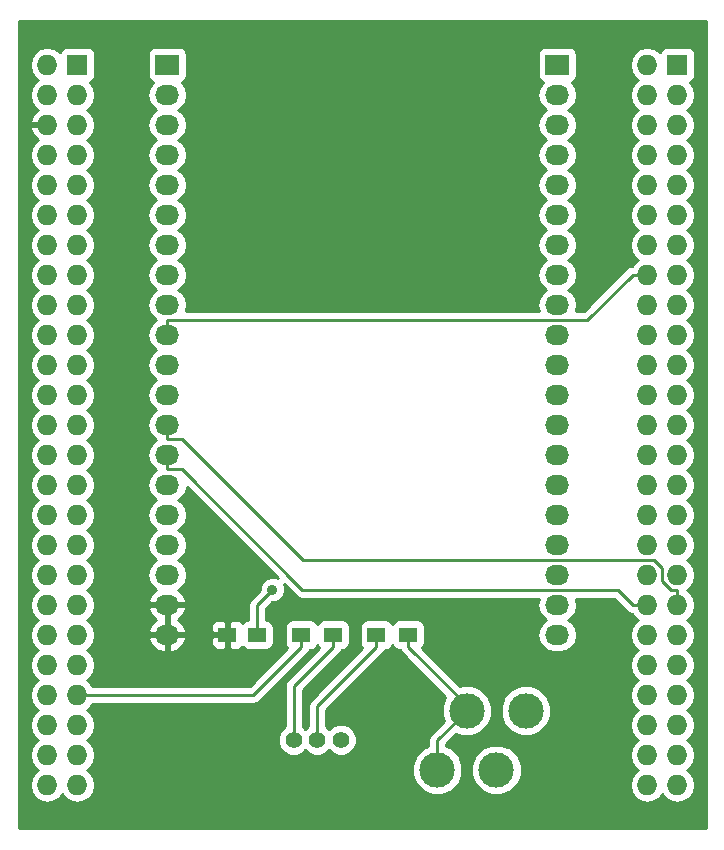
<source format=gtl>
G04 #@! TF.FileFunction,Copper,L1,Top,Signal*
%FSLAX46Y46*%
G04 Gerber Fmt 4.6, Leading zero omitted, Abs format (unit mm)*
G04 Created by KiCad (PCBNEW (2015-01-16 BZR 5376)-product) date 4/30/2015 5:52:32 PM*
%MOMM*%
G01*
G04 APERTURE LIST*
%ADD10C,0.100000*%
%ADD11R,1.500000X1.250000*%
%ADD12R,1.727200X1.727200*%
%ADD13O,1.727200X1.727200*%
%ADD14C,3.000000*%
%ADD15R,2.032000X1.727200*%
%ADD16O,2.032000X1.727200*%
%ADD17C,1.400000*%
%ADD18R,1.500000X1.300000*%
%ADD19C,0.889000*%
%ADD20C,0.254000*%
G04 APERTURE END LIST*
D10*
D11*
X73680000Y-85090000D03*
X76180000Y-85090000D03*
D12*
X111760000Y-36830000D03*
D13*
X109220000Y-36830000D03*
X111760000Y-39370000D03*
X109220000Y-39370000D03*
X111760000Y-41910000D03*
X109220000Y-41910000D03*
X111760000Y-44450000D03*
X109220000Y-44450000D03*
X111760000Y-46990000D03*
X109220000Y-46990000D03*
X111760000Y-49530000D03*
X109220000Y-49530000D03*
X111760000Y-52070000D03*
X109220000Y-52070000D03*
X111760000Y-54610000D03*
X109220000Y-54610000D03*
X111760000Y-57150000D03*
X109220000Y-57150000D03*
X111760000Y-59690000D03*
X109220000Y-59690000D03*
X111760000Y-62230000D03*
X109220000Y-62230000D03*
X111760000Y-64770000D03*
X109220000Y-64770000D03*
X111760000Y-67310000D03*
X109220000Y-67310000D03*
X111760000Y-69850000D03*
X109220000Y-69850000D03*
X111760000Y-72390000D03*
X109220000Y-72390000D03*
X111760000Y-74930000D03*
X109220000Y-74930000D03*
X111760000Y-77470000D03*
X109220000Y-77470000D03*
X111760000Y-80010000D03*
X109220000Y-80010000D03*
X111760000Y-82550000D03*
X109220000Y-82550000D03*
X111760000Y-85090000D03*
X109220000Y-85090000D03*
X111760000Y-87630000D03*
X109220000Y-87630000D03*
X111760000Y-90170000D03*
X109220000Y-90170000D03*
X111760000Y-92710000D03*
X109220000Y-92710000D03*
X111760000Y-95250000D03*
X109220000Y-95250000D03*
X111760000Y-97790000D03*
X109220000Y-97790000D03*
D14*
X98939360Y-91518740D03*
X96440000Y-96520000D03*
X91440000Y-96520000D03*
X93939360Y-91518740D03*
D12*
X60960000Y-36830000D03*
D13*
X58420000Y-36830000D03*
X60960000Y-39370000D03*
X58420000Y-39370000D03*
X60960000Y-41910000D03*
X58420000Y-41910000D03*
X60960000Y-44450000D03*
X58420000Y-44450000D03*
X60960000Y-46990000D03*
X58420000Y-46990000D03*
X60960000Y-49530000D03*
X58420000Y-49530000D03*
X60960000Y-52070000D03*
X58420000Y-52070000D03*
X60960000Y-54610000D03*
X58420000Y-54610000D03*
X60960000Y-57150000D03*
X58420000Y-57150000D03*
X60960000Y-59690000D03*
X58420000Y-59690000D03*
X60960000Y-62230000D03*
X58420000Y-62230000D03*
X60960000Y-64770000D03*
X58420000Y-64770000D03*
X60960000Y-67310000D03*
X58420000Y-67310000D03*
X60960000Y-69850000D03*
X58420000Y-69850000D03*
X60960000Y-72390000D03*
X58420000Y-72390000D03*
X60960000Y-74930000D03*
X58420000Y-74930000D03*
X60960000Y-77470000D03*
X58420000Y-77470000D03*
X60960000Y-80010000D03*
X58420000Y-80010000D03*
X60960000Y-82550000D03*
X58420000Y-82550000D03*
X60960000Y-85090000D03*
X58420000Y-85090000D03*
X60960000Y-87630000D03*
X58420000Y-87630000D03*
X60960000Y-90170000D03*
X58420000Y-90170000D03*
X60960000Y-92710000D03*
X58420000Y-92710000D03*
X60960000Y-95250000D03*
X58420000Y-95250000D03*
X60960000Y-97790000D03*
X58420000Y-97790000D03*
D15*
X68580000Y-36830000D03*
D16*
X68580000Y-39370000D03*
X68580000Y-41910000D03*
X68580000Y-44450000D03*
X68580000Y-46990000D03*
X68580000Y-49530000D03*
X68580000Y-52070000D03*
X68580000Y-54610000D03*
X68580000Y-57150000D03*
X68580000Y-59690000D03*
X68580000Y-62230000D03*
X68580000Y-64770000D03*
X68580000Y-67310000D03*
X68580000Y-69850000D03*
X68580000Y-72390000D03*
X68580000Y-74930000D03*
X68580000Y-77470000D03*
X68580000Y-80010000D03*
X68580000Y-82550000D03*
X68580000Y-85090000D03*
D15*
X101600000Y-36830000D03*
D16*
X101600000Y-39370000D03*
X101600000Y-41910000D03*
X101600000Y-44450000D03*
X101600000Y-46990000D03*
X101600000Y-49530000D03*
X101600000Y-52070000D03*
X101600000Y-54610000D03*
X101600000Y-57150000D03*
X101600000Y-59690000D03*
X101600000Y-62230000D03*
X101600000Y-64770000D03*
X101600000Y-67310000D03*
X101600000Y-69850000D03*
X101600000Y-72390000D03*
X101600000Y-74930000D03*
X101600000Y-77470000D03*
X101600000Y-80010000D03*
X101600000Y-82550000D03*
X101600000Y-85090000D03*
D17*
X81280000Y-93980000D03*
X83280000Y-93980000D03*
X79280000Y-93980000D03*
D18*
X82630000Y-85090000D03*
X79930000Y-85090000D03*
X88980000Y-85090000D03*
X86280000Y-85090000D03*
D19*
X77470000Y-81280000D03*
D20*
X76180000Y-85090000D02*
X76180000Y-82570000D01*
X76180000Y-82570000D02*
X77470000Y-81280000D01*
X104140000Y-58445100D02*
X107975100Y-54610000D01*
X68580000Y-58445100D02*
X104140000Y-58445100D01*
X68580000Y-59690000D02*
X68580000Y-58445100D01*
X109220000Y-54610000D02*
X107975100Y-54610000D01*
X111244200Y-81305100D02*
X111760000Y-81305100D01*
X110490000Y-80550900D02*
X111244200Y-81305100D01*
X110490000Y-79458600D02*
X110490000Y-80550900D01*
X109796400Y-78765000D02*
X110490000Y-79458600D01*
X80035000Y-78765000D02*
X109796400Y-78765000D01*
X69824900Y-68554900D02*
X80035000Y-78765000D01*
X68580000Y-68554900D02*
X69824900Y-68554900D01*
X68580000Y-67310000D02*
X68580000Y-68554900D01*
X111760000Y-82550000D02*
X111760000Y-81305100D01*
X106705100Y-81280000D02*
X107975100Y-82550000D01*
X80010000Y-81280000D02*
X106705100Y-81280000D01*
X69824900Y-71094900D02*
X80010000Y-81280000D01*
X68580000Y-71094900D02*
X69824900Y-71094900D01*
X68580000Y-69850000D02*
X68580000Y-71094900D01*
X109220000Y-82550000D02*
X107975100Y-82550000D01*
X88980000Y-85090000D02*
X88980000Y-86121300D01*
X93939400Y-91080700D02*
X93939400Y-91518700D01*
X88980000Y-86121300D02*
X93939400Y-91080700D01*
X91440000Y-94018100D02*
X91440000Y-96520000D01*
X93939400Y-91518700D02*
X91440000Y-94018100D01*
X75881300Y-90170000D02*
X60960000Y-90170000D01*
X79930000Y-86121300D02*
X75881300Y-90170000D01*
X79930000Y-85090000D02*
X79930000Y-86121300D01*
X81280000Y-91121300D02*
X81280000Y-93980000D01*
X86280000Y-86121300D02*
X81280000Y-91121300D01*
X86280000Y-85090000D02*
X86280000Y-86121300D01*
X79280000Y-89471300D02*
X79280000Y-93980000D01*
X82630000Y-86121300D02*
X79280000Y-89471300D01*
X82630000Y-85090000D02*
X82630000Y-86121300D01*
G36*
X114173000Y-101473000D02*
X113271040Y-101473000D01*
X113271040Y-37693600D01*
X113271040Y-35966400D01*
X113224063Y-35724277D01*
X113084273Y-35511473D01*
X112873240Y-35369023D01*
X112623600Y-35318960D01*
X110896400Y-35318960D01*
X110654277Y-35365937D01*
X110441473Y-35505727D01*
X110299023Y-35716760D01*
X110290820Y-35757659D01*
X110279670Y-35740971D01*
X109793489Y-35416115D01*
X109220000Y-35302041D01*
X108646511Y-35416115D01*
X108160330Y-35740971D01*
X107835474Y-36227152D01*
X107721400Y-36800641D01*
X107721400Y-36859359D01*
X107835474Y-37432848D01*
X108160330Y-37919029D01*
X108431172Y-38100000D01*
X108160330Y-38280971D01*
X107835474Y-38767152D01*
X107721400Y-39340641D01*
X107721400Y-39399359D01*
X107835474Y-39972848D01*
X108160330Y-40459029D01*
X108431172Y-40640000D01*
X108160330Y-40820971D01*
X107835474Y-41307152D01*
X107721400Y-41880641D01*
X107721400Y-41939359D01*
X107835474Y-42512848D01*
X108160330Y-42999029D01*
X108431172Y-43180000D01*
X108160330Y-43360971D01*
X107835474Y-43847152D01*
X107721400Y-44420641D01*
X107721400Y-44479359D01*
X107835474Y-45052848D01*
X108160330Y-45539029D01*
X108431172Y-45720000D01*
X108160330Y-45900971D01*
X107835474Y-46387152D01*
X107721400Y-46960641D01*
X107721400Y-47019359D01*
X107835474Y-47592848D01*
X108160330Y-48079029D01*
X108431172Y-48260000D01*
X108160330Y-48440971D01*
X107835474Y-48927152D01*
X107721400Y-49500641D01*
X107721400Y-49559359D01*
X107835474Y-50132848D01*
X108160330Y-50619029D01*
X108431172Y-50800000D01*
X108160330Y-50980971D01*
X107835474Y-51467152D01*
X107721400Y-52040641D01*
X107721400Y-52099359D01*
X107835474Y-52672848D01*
X108160330Y-53159029D01*
X108431172Y-53340000D01*
X108160330Y-53520971D01*
X107936714Y-53855635D01*
X107683495Y-53906004D01*
X107436284Y-54071185D01*
X103824369Y-57683100D01*
X103177304Y-57683100D01*
X103283345Y-57150000D01*
X103169271Y-56576511D01*
X102844415Y-56090330D01*
X102529634Y-55880000D01*
X102844415Y-55669670D01*
X103169271Y-55183489D01*
X103283345Y-54610000D01*
X103169271Y-54036511D01*
X102844415Y-53550330D01*
X102529634Y-53340000D01*
X102844415Y-53129670D01*
X103169271Y-52643489D01*
X103283345Y-52070000D01*
X103169271Y-51496511D01*
X102844415Y-51010330D01*
X102529634Y-50800000D01*
X102844415Y-50589670D01*
X103169271Y-50103489D01*
X103283345Y-49530000D01*
X103169271Y-48956511D01*
X102844415Y-48470330D01*
X102529634Y-48260000D01*
X102844415Y-48049670D01*
X103169271Y-47563489D01*
X103283345Y-46990000D01*
X103169271Y-46416511D01*
X102844415Y-45930330D01*
X102529634Y-45720000D01*
X102844415Y-45509670D01*
X103169271Y-45023489D01*
X103283345Y-44450000D01*
X103169271Y-43876511D01*
X102844415Y-43390330D01*
X102529634Y-43180000D01*
X102844415Y-42969670D01*
X103169271Y-42483489D01*
X103283345Y-41910000D01*
X103169271Y-41336511D01*
X102844415Y-40850330D01*
X102529634Y-40640000D01*
X102844415Y-40429670D01*
X103169271Y-39943489D01*
X103283345Y-39370000D01*
X103169271Y-38796511D01*
X102844415Y-38310330D01*
X102828632Y-38299784D01*
X102858123Y-38294063D01*
X103070927Y-38154273D01*
X103213377Y-37943240D01*
X103263440Y-37693600D01*
X103263440Y-35966400D01*
X103216463Y-35724277D01*
X103076673Y-35511473D01*
X102865640Y-35369023D01*
X102616000Y-35318960D01*
X100584000Y-35318960D01*
X100341877Y-35365937D01*
X100129073Y-35505727D01*
X99986623Y-35716760D01*
X99936560Y-35966400D01*
X99936560Y-37693600D01*
X99983537Y-37935723D01*
X100123327Y-38148527D01*
X100334360Y-38290977D01*
X100372962Y-38298718D01*
X100355585Y-38310330D01*
X100030729Y-38796511D01*
X99916655Y-39370000D01*
X100030729Y-39943489D01*
X100355585Y-40429670D01*
X100670365Y-40640000D01*
X100355585Y-40850330D01*
X100030729Y-41336511D01*
X99916655Y-41910000D01*
X100030729Y-42483489D01*
X100355585Y-42969670D01*
X100670365Y-43180000D01*
X100355585Y-43390330D01*
X100030729Y-43876511D01*
X99916655Y-44450000D01*
X100030729Y-45023489D01*
X100355585Y-45509670D01*
X100670365Y-45720000D01*
X100355585Y-45930330D01*
X100030729Y-46416511D01*
X99916655Y-46990000D01*
X100030729Y-47563489D01*
X100355585Y-48049670D01*
X100670365Y-48260000D01*
X100355585Y-48470330D01*
X100030729Y-48956511D01*
X99916655Y-49530000D01*
X100030729Y-50103489D01*
X100355585Y-50589670D01*
X100670365Y-50800000D01*
X100355585Y-51010330D01*
X100030729Y-51496511D01*
X99916655Y-52070000D01*
X100030729Y-52643489D01*
X100355585Y-53129670D01*
X100670365Y-53340000D01*
X100355585Y-53550330D01*
X100030729Y-54036511D01*
X99916655Y-54610000D01*
X100030729Y-55183489D01*
X100355585Y-55669670D01*
X100670365Y-55880000D01*
X100355585Y-56090330D01*
X100030729Y-56576511D01*
X99916655Y-57150000D01*
X100022695Y-57683100D01*
X70157304Y-57683100D01*
X70263345Y-57150000D01*
X70149271Y-56576511D01*
X69824415Y-56090330D01*
X69509634Y-55880000D01*
X69824415Y-55669670D01*
X70149271Y-55183489D01*
X70263345Y-54610000D01*
X70149271Y-54036511D01*
X69824415Y-53550330D01*
X69509634Y-53340000D01*
X69824415Y-53129670D01*
X70149271Y-52643489D01*
X70263345Y-52070000D01*
X70149271Y-51496511D01*
X69824415Y-51010330D01*
X69509634Y-50800000D01*
X69824415Y-50589670D01*
X70149271Y-50103489D01*
X70263345Y-49530000D01*
X70149271Y-48956511D01*
X69824415Y-48470330D01*
X69509634Y-48260000D01*
X69824415Y-48049670D01*
X70149271Y-47563489D01*
X70263345Y-46990000D01*
X70149271Y-46416511D01*
X69824415Y-45930330D01*
X69509634Y-45720000D01*
X69824415Y-45509670D01*
X70149271Y-45023489D01*
X70263345Y-44450000D01*
X70149271Y-43876511D01*
X69824415Y-43390330D01*
X69509634Y-43180000D01*
X69824415Y-42969670D01*
X70149271Y-42483489D01*
X70263345Y-41910000D01*
X70149271Y-41336511D01*
X69824415Y-40850330D01*
X69509634Y-40640000D01*
X69824415Y-40429670D01*
X70149271Y-39943489D01*
X70263345Y-39370000D01*
X70149271Y-38796511D01*
X69824415Y-38310330D01*
X69808632Y-38299784D01*
X69838123Y-38294063D01*
X70050927Y-38154273D01*
X70193377Y-37943240D01*
X70243440Y-37693600D01*
X70243440Y-35966400D01*
X70196463Y-35724277D01*
X70056673Y-35511473D01*
X69845640Y-35369023D01*
X69596000Y-35318960D01*
X67564000Y-35318960D01*
X67321877Y-35365937D01*
X67109073Y-35505727D01*
X66966623Y-35716760D01*
X66916560Y-35966400D01*
X66916560Y-37693600D01*
X66963537Y-37935723D01*
X67103327Y-38148527D01*
X67314360Y-38290977D01*
X67352962Y-38298718D01*
X67335585Y-38310330D01*
X67010729Y-38796511D01*
X66896655Y-39370000D01*
X67010729Y-39943489D01*
X67335585Y-40429670D01*
X67650365Y-40640000D01*
X67335585Y-40850330D01*
X67010729Y-41336511D01*
X66896655Y-41910000D01*
X67010729Y-42483489D01*
X67335585Y-42969670D01*
X67650365Y-43180000D01*
X67335585Y-43390330D01*
X67010729Y-43876511D01*
X66896655Y-44450000D01*
X67010729Y-45023489D01*
X67335585Y-45509670D01*
X67650365Y-45720000D01*
X67335585Y-45930330D01*
X67010729Y-46416511D01*
X66896655Y-46990000D01*
X67010729Y-47563489D01*
X67335585Y-48049670D01*
X67650365Y-48260000D01*
X67335585Y-48470330D01*
X67010729Y-48956511D01*
X66896655Y-49530000D01*
X67010729Y-50103489D01*
X67335585Y-50589670D01*
X67650365Y-50800000D01*
X67335585Y-51010330D01*
X67010729Y-51496511D01*
X66896655Y-52070000D01*
X67010729Y-52643489D01*
X67335585Y-53129670D01*
X67650365Y-53340000D01*
X67335585Y-53550330D01*
X67010729Y-54036511D01*
X66896655Y-54610000D01*
X67010729Y-55183489D01*
X67335585Y-55669670D01*
X67650365Y-55880000D01*
X67335585Y-56090330D01*
X67010729Y-56576511D01*
X66896655Y-57150000D01*
X67010729Y-57723489D01*
X67335585Y-58209670D01*
X67650365Y-58420000D01*
X67335585Y-58630330D01*
X67010729Y-59116511D01*
X66896655Y-59690000D01*
X67010729Y-60263489D01*
X67335585Y-60749670D01*
X67650365Y-60960000D01*
X67335585Y-61170330D01*
X67010729Y-61656511D01*
X66896655Y-62230000D01*
X67010729Y-62803489D01*
X67335585Y-63289670D01*
X67650365Y-63500000D01*
X67335585Y-63710330D01*
X67010729Y-64196511D01*
X66896655Y-64770000D01*
X67010729Y-65343489D01*
X67335585Y-65829670D01*
X67650365Y-66040000D01*
X67335585Y-66250330D01*
X67010729Y-66736511D01*
X66896655Y-67310000D01*
X67010729Y-67883489D01*
X67335585Y-68369670D01*
X67650365Y-68580000D01*
X67335585Y-68790330D01*
X67010729Y-69276511D01*
X66896655Y-69850000D01*
X67010729Y-70423489D01*
X67335585Y-70909670D01*
X67650365Y-71120000D01*
X67335585Y-71330330D01*
X67010729Y-71816511D01*
X66896655Y-72390000D01*
X67010729Y-72963489D01*
X67335585Y-73449670D01*
X67650365Y-73660000D01*
X67335585Y-73870330D01*
X67010729Y-74356511D01*
X66896655Y-74930000D01*
X67010729Y-75503489D01*
X67335585Y-75989670D01*
X67650365Y-76200000D01*
X67335585Y-76410330D01*
X67010729Y-76896511D01*
X66896655Y-77470000D01*
X67010729Y-78043489D01*
X67335585Y-78529670D01*
X67650365Y-78740000D01*
X67335585Y-78950330D01*
X67010729Y-79436511D01*
X66896655Y-80010000D01*
X67010729Y-80583489D01*
X67335585Y-81069670D01*
X67645069Y-81276460D01*
X67229268Y-81647964D01*
X66975291Y-82175209D01*
X66972642Y-82190974D01*
X67093783Y-82423000D01*
X68453000Y-82423000D01*
X68453000Y-82403000D01*
X68707000Y-82403000D01*
X68707000Y-82423000D01*
X70066217Y-82423000D01*
X70187358Y-82190974D01*
X70184709Y-82175209D01*
X69930732Y-81647964D01*
X69514930Y-81276460D01*
X69824415Y-81069670D01*
X70149271Y-80583489D01*
X70263345Y-80010000D01*
X70149271Y-79436511D01*
X69824415Y-78950330D01*
X69509634Y-78740000D01*
X69824415Y-78529670D01*
X70149271Y-78043489D01*
X70263345Y-77470000D01*
X70149271Y-76896511D01*
X69824415Y-76410330D01*
X69509634Y-76200000D01*
X69824415Y-75989670D01*
X70149271Y-75503489D01*
X70263345Y-74930000D01*
X70149271Y-74356511D01*
X69824415Y-73870330D01*
X69509634Y-73660000D01*
X69824415Y-73449670D01*
X70149271Y-72963489D01*
X70226682Y-72574312D01*
X77971918Y-80319549D01*
X77685668Y-80200687D01*
X77256216Y-80200313D01*
X76859311Y-80364311D01*
X76555378Y-80667714D01*
X76390687Y-81064332D01*
X76390497Y-81281871D01*
X75641185Y-82031185D01*
X75476004Y-82278395D01*
X75418000Y-82570000D01*
X75418000Y-83819888D01*
X75187877Y-83864537D01*
X74975073Y-84004327D01*
X74931662Y-84068637D01*
X74789698Y-83926673D01*
X74556309Y-83830000D01*
X73965750Y-83830000D01*
X73807000Y-83988750D01*
X73807000Y-84963000D01*
X73827000Y-84963000D01*
X73827000Y-85217000D01*
X73807000Y-85217000D01*
X73807000Y-86191250D01*
X73965750Y-86350000D01*
X74556309Y-86350000D01*
X74789698Y-86253327D01*
X74931176Y-86111849D01*
X74969327Y-86169927D01*
X75180360Y-86312377D01*
X75430000Y-86362440D01*
X76930000Y-86362440D01*
X77172123Y-86315463D01*
X77384927Y-86175673D01*
X77527377Y-85964640D01*
X77577440Y-85715000D01*
X77577440Y-84465000D01*
X77530463Y-84222877D01*
X77390673Y-84010073D01*
X77179640Y-83867623D01*
X76942000Y-83819966D01*
X76942000Y-82885630D01*
X77468131Y-82359499D01*
X77683784Y-82359687D01*
X78080689Y-82195689D01*
X78384622Y-81892286D01*
X78549313Y-81495668D01*
X78549687Y-81066216D01*
X78430759Y-80778390D01*
X79471185Y-81818816D01*
X79718395Y-81983996D01*
X79718396Y-81983997D01*
X80010000Y-82042000D01*
X100017702Y-82042000D01*
X99916655Y-82550000D01*
X100030729Y-83123489D01*
X100355585Y-83609670D01*
X100670365Y-83820000D01*
X100355585Y-84030330D01*
X100030729Y-84516511D01*
X99916655Y-85090000D01*
X100030729Y-85663489D01*
X100355585Y-86149670D01*
X100841766Y-86474526D01*
X101415255Y-86588600D01*
X101784745Y-86588600D01*
X102358234Y-86474526D01*
X102844415Y-86149670D01*
X103169271Y-85663489D01*
X103283345Y-85090000D01*
X103169271Y-84516511D01*
X102844415Y-84030330D01*
X102529634Y-83820000D01*
X102844415Y-83609670D01*
X103169271Y-83123489D01*
X103283345Y-82550000D01*
X103182297Y-82042000D01*
X106389469Y-82042000D01*
X107436284Y-83088815D01*
X107436285Y-83088815D01*
X107683495Y-83253996D01*
X107936714Y-83304364D01*
X108160330Y-83639029D01*
X108431172Y-83820000D01*
X108160330Y-84000971D01*
X107835474Y-84487152D01*
X107721400Y-85060641D01*
X107721400Y-85119359D01*
X107835474Y-85692848D01*
X108160330Y-86179029D01*
X108431172Y-86360000D01*
X108160330Y-86540971D01*
X107835474Y-87027152D01*
X107721400Y-87600641D01*
X107721400Y-87659359D01*
X107835474Y-88232848D01*
X108160330Y-88719029D01*
X108431172Y-88900000D01*
X108160330Y-89080971D01*
X107835474Y-89567152D01*
X107721400Y-90140641D01*
X107721400Y-90199359D01*
X107835474Y-90772848D01*
X108160330Y-91259029D01*
X108431172Y-91440000D01*
X108160330Y-91620971D01*
X107835474Y-92107152D01*
X107721400Y-92680641D01*
X107721400Y-92739359D01*
X107835474Y-93312848D01*
X108160330Y-93799029D01*
X108431172Y-93980000D01*
X108160330Y-94160971D01*
X107835474Y-94647152D01*
X107721400Y-95220641D01*
X107721400Y-95279359D01*
X107835474Y-95852848D01*
X108160330Y-96339029D01*
X108431172Y-96520000D01*
X108160330Y-96700971D01*
X107835474Y-97187152D01*
X107721400Y-97760641D01*
X107721400Y-97819359D01*
X107835474Y-98392848D01*
X108160330Y-98879029D01*
X108646511Y-99203885D01*
X109220000Y-99317959D01*
X109793489Y-99203885D01*
X110279670Y-98879029D01*
X110490000Y-98564248D01*
X110700330Y-98879029D01*
X111186511Y-99203885D01*
X111760000Y-99317959D01*
X112333489Y-99203885D01*
X112819670Y-98879029D01*
X113144526Y-98392848D01*
X113258600Y-97819359D01*
X113258600Y-97760641D01*
X113144526Y-97187152D01*
X112819670Y-96700971D01*
X112548827Y-96520000D01*
X112819670Y-96339029D01*
X113144526Y-95852848D01*
X113258600Y-95279359D01*
X113258600Y-95220641D01*
X113144526Y-94647152D01*
X112819670Y-94160971D01*
X112548827Y-93980000D01*
X112819670Y-93799029D01*
X113144526Y-93312848D01*
X113258600Y-92739359D01*
X113258600Y-92680641D01*
X113144526Y-92107152D01*
X112819670Y-91620971D01*
X112548827Y-91440000D01*
X112819670Y-91259029D01*
X113144526Y-90772848D01*
X113258600Y-90199359D01*
X113258600Y-90140641D01*
X113144526Y-89567152D01*
X112819670Y-89080971D01*
X112548827Y-88900000D01*
X112819670Y-88719029D01*
X113144526Y-88232848D01*
X113258600Y-87659359D01*
X113258600Y-87600641D01*
X113144526Y-87027152D01*
X112819670Y-86540971D01*
X112548827Y-86360000D01*
X112819670Y-86179029D01*
X113144526Y-85692848D01*
X113258600Y-85119359D01*
X113258600Y-85060641D01*
X113144526Y-84487152D01*
X112819670Y-84000971D01*
X112548827Y-83820000D01*
X112819670Y-83639029D01*
X113144526Y-83152848D01*
X113258600Y-82579359D01*
X113258600Y-82520641D01*
X113144526Y-81947152D01*
X112819670Y-81460971D01*
X112548827Y-81280000D01*
X112819670Y-81099029D01*
X113144526Y-80612848D01*
X113258600Y-80039359D01*
X113258600Y-79980641D01*
X113144526Y-79407152D01*
X112819670Y-78920971D01*
X112548827Y-78740000D01*
X112819670Y-78559029D01*
X113144526Y-78072848D01*
X113258600Y-77499359D01*
X113258600Y-77440641D01*
X113144526Y-76867152D01*
X112819670Y-76380971D01*
X112548827Y-76200000D01*
X112819670Y-76019029D01*
X113144526Y-75532848D01*
X113258600Y-74959359D01*
X113258600Y-74900641D01*
X113144526Y-74327152D01*
X112819670Y-73840971D01*
X112548827Y-73660000D01*
X112819670Y-73479029D01*
X113144526Y-72992848D01*
X113258600Y-72419359D01*
X113258600Y-72360641D01*
X113144526Y-71787152D01*
X112819670Y-71300971D01*
X112548827Y-71120000D01*
X112819670Y-70939029D01*
X113144526Y-70452848D01*
X113258600Y-69879359D01*
X113258600Y-69820641D01*
X113144526Y-69247152D01*
X112819670Y-68760971D01*
X112548827Y-68580000D01*
X112819670Y-68399029D01*
X113144526Y-67912848D01*
X113258600Y-67339359D01*
X113258600Y-67280641D01*
X113144526Y-66707152D01*
X112819670Y-66220971D01*
X112548827Y-66040000D01*
X112819670Y-65859029D01*
X113144526Y-65372848D01*
X113258600Y-64799359D01*
X113258600Y-64740641D01*
X113144526Y-64167152D01*
X112819670Y-63680971D01*
X112548827Y-63500000D01*
X112819670Y-63319029D01*
X113144526Y-62832848D01*
X113258600Y-62259359D01*
X113258600Y-62200641D01*
X113144526Y-61627152D01*
X112819670Y-61140971D01*
X112548827Y-60960000D01*
X112819670Y-60779029D01*
X113144526Y-60292848D01*
X113258600Y-59719359D01*
X113258600Y-59660641D01*
X113144526Y-59087152D01*
X112819670Y-58600971D01*
X112548827Y-58420000D01*
X112819670Y-58239029D01*
X113144526Y-57752848D01*
X113258600Y-57179359D01*
X113258600Y-57120641D01*
X113144526Y-56547152D01*
X112819670Y-56060971D01*
X112548827Y-55880000D01*
X112819670Y-55699029D01*
X113144526Y-55212848D01*
X113258600Y-54639359D01*
X113258600Y-54580641D01*
X113144526Y-54007152D01*
X112819670Y-53520971D01*
X112548827Y-53340000D01*
X112819670Y-53159029D01*
X113144526Y-52672848D01*
X113258600Y-52099359D01*
X113258600Y-52040641D01*
X113144526Y-51467152D01*
X112819670Y-50980971D01*
X112548827Y-50800000D01*
X112819670Y-50619029D01*
X113144526Y-50132848D01*
X113258600Y-49559359D01*
X113258600Y-49500641D01*
X113144526Y-48927152D01*
X112819670Y-48440971D01*
X112548827Y-48260000D01*
X112819670Y-48079029D01*
X113144526Y-47592848D01*
X113258600Y-47019359D01*
X113258600Y-46960641D01*
X113144526Y-46387152D01*
X112819670Y-45900971D01*
X112548827Y-45720000D01*
X112819670Y-45539029D01*
X113144526Y-45052848D01*
X113258600Y-44479359D01*
X113258600Y-44420641D01*
X113144526Y-43847152D01*
X112819670Y-43360971D01*
X112548827Y-43180000D01*
X112819670Y-42999029D01*
X113144526Y-42512848D01*
X113258600Y-41939359D01*
X113258600Y-41880641D01*
X113144526Y-41307152D01*
X112819670Y-40820971D01*
X112548827Y-40640000D01*
X112819670Y-40459029D01*
X113144526Y-39972848D01*
X113258600Y-39399359D01*
X113258600Y-39340641D01*
X113144526Y-38767152D01*
X112832699Y-38300470D01*
X112865723Y-38294063D01*
X113078527Y-38154273D01*
X113220977Y-37943240D01*
X113271040Y-37693600D01*
X113271040Y-101473000D01*
X101074730Y-101473000D01*
X101074730Y-91095925D01*
X100750380Y-90310940D01*
X100150319Y-89709831D01*
X99365901Y-89384112D01*
X98516545Y-89383370D01*
X97731560Y-89707720D01*
X97130451Y-90307781D01*
X96804732Y-91092199D01*
X96803990Y-91941555D01*
X97128340Y-92726540D01*
X97728401Y-93327649D01*
X98512819Y-93653368D01*
X99362175Y-93654110D01*
X100147160Y-93329760D01*
X100748269Y-92729699D01*
X101073988Y-91945281D01*
X101074730Y-91095925D01*
X101074730Y-101473000D01*
X98575370Y-101473000D01*
X98575370Y-96097185D01*
X98251020Y-95312200D01*
X97650959Y-94711091D01*
X96866541Y-94385372D01*
X96074730Y-94384680D01*
X96074730Y-91095925D01*
X95750380Y-90310940D01*
X95150319Y-89709831D01*
X94365901Y-89384112D01*
X93516545Y-89383370D01*
X93377254Y-89440923D01*
X90156003Y-86219672D01*
X90184927Y-86200673D01*
X90327377Y-85989640D01*
X90377440Y-85740000D01*
X90377440Y-84440000D01*
X90330463Y-84197877D01*
X90190673Y-83985073D01*
X89979640Y-83842623D01*
X89730000Y-83792560D01*
X88230000Y-83792560D01*
X87987877Y-83839537D01*
X87775073Y-83979327D01*
X87632623Y-84190360D01*
X87630783Y-84199530D01*
X87630463Y-84197877D01*
X87490673Y-83985073D01*
X87279640Y-83842623D01*
X87030000Y-83792560D01*
X85530000Y-83792560D01*
X85287877Y-83839537D01*
X85075073Y-83979327D01*
X84932623Y-84190360D01*
X84882560Y-84440000D01*
X84882560Y-85740000D01*
X84929537Y-85982123D01*
X85069327Y-86194927D01*
X85104798Y-86218870D01*
X80741185Y-90582485D01*
X80576004Y-90829695D01*
X80518000Y-91121300D01*
X80518000Y-92854341D01*
X80279902Y-93092023D01*
X80042000Y-92853706D01*
X80042000Y-89786930D01*
X83168815Y-86660116D01*
X83168815Y-86660115D01*
X83333996Y-86412905D01*
X83339061Y-86387440D01*
X83380000Y-86387440D01*
X83622123Y-86340463D01*
X83834927Y-86200673D01*
X83977377Y-85989640D01*
X84027440Y-85740000D01*
X84027440Y-84440000D01*
X83980463Y-84197877D01*
X83840673Y-83985073D01*
X83629640Y-83842623D01*
X83380000Y-83792560D01*
X81880000Y-83792560D01*
X81637877Y-83839537D01*
X81425073Y-83979327D01*
X81282623Y-84190360D01*
X81280783Y-84199530D01*
X81280463Y-84197877D01*
X81140673Y-83985073D01*
X80929640Y-83842623D01*
X80680000Y-83792560D01*
X79180000Y-83792560D01*
X78937877Y-83839537D01*
X78725073Y-83979327D01*
X78582623Y-84190360D01*
X78532560Y-84440000D01*
X78532560Y-85740000D01*
X78579537Y-85982123D01*
X78719327Y-86194927D01*
X78754798Y-86218870D01*
X75565669Y-89408000D01*
X73553000Y-89408000D01*
X73553000Y-86191250D01*
X73553000Y-85217000D01*
X73553000Y-84963000D01*
X73553000Y-83988750D01*
X73394250Y-83830000D01*
X72803691Y-83830000D01*
X72570302Y-83926673D01*
X72391673Y-84105301D01*
X72295000Y-84338690D01*
X72295000Y-84591309D01*
X72295000Y-84804250D01*
X72453750Y-84963000D01*
X73553000Y-84963000D01*
X73553000Y-85217000D01*
X72453750Y-85217000D01*
X72295000Y-85375750D01*
X72295000Y-85588691D01*
X72295000Y-85841310D01*
X72391673Y-86074699D01*
X72570302Y-86253327D01*
X72803691Y-86350000D01*
X73394250Y-86350000D01*
X73553000Y-86191250D01*
X73553000Y-89408000D01*
X70187358Y-89408000D01*
X70187358Y-85449026D01*
X70187358Y-84730974D01*
X70184709Y-84715209D01*
X69930732Y-84187964D01*
X69518891Y-83820000D01*
X69930732Y-83452036D01*
X70184709Y-82924791D01*
X70187358Y-82909026D01*
X70066217Y-82677000D01*
X68707000Y-82677000D01*
X68707000Y-83749076D01*
X68707000Y-83890924D01*
X68707000Y-84963000D01*
X70066217Y-84963000D01*
X70187358Y-84730974D01*
X70187358Y-85449026D01*
X70066217Y-85217000D01*
X68707000Y-85217000D01*
X68707000Y-86430924D01*
X68941913Y-86575184D01*
X69494320Y-86381954D01*
X69930732Y-85992036D01*
X70184709Y-85464791D01*
X70187358Y-85449026D01*
X70187358Y-89408000D01*
X68453000Y-89408000D01*
X68453000Y-86430924D01*
X68453000Y-85217000D01*
X68453000Y-84963000D01*
X68453000Y-83890924D01*
X68453000Y-83749076D01*
X68453000Y-82677000D01*
X67093783Y-82677000D01*
X66972642Y-82909026D01*
X66975291Y-82924791D01*
X67229268Y-83452036D01*
X67641108Y-83820000D01*
X67229268Y-84187964D01*
X66975291Y-84715209D01*
X66972642Y-84730974D01*
X67093783Y-84963000D01*
X68453000Y-84963000D01*
X68453000Y-85217000D01*
X67093783Y-85217000D01*
X66972642Y-85449026D01*
X66975291Y-85464791D01*
X67229268Y-85992036D01*
X67665680Y-86381954D01*
X68218087Y-86575184D01*
X68453000Y-86430924D01*
X68453000Y-89408000D01*
X62238183Y-89408000D01*
X62019670Y-89080971D01*
X61748827Y-88900000D01*
X62019670Y-88719029D01*
X62344526Y-88232848D01*
X62458600Y-87659359D01*
X62458600Y-87600641D01*
X62344526Y-87027152D01*
X62019670Y-86540971D01*
X61748827Y-86360000D01*
X62019670Y-86179029D01*
X62344526Y-85692848D01*
X62458600Y-85119359D01*
X62458600Y-85060641D01*
X62344526Y-84487152D01*
X62019670Y-84000971D01*
X61748827Y-83820000D01*
X62019670Y-83639029D01*
X62344526Y-83152848D01*
X62458600Y-82579359D01*
X62458600Y-82520641D01*
X62344526Y-81947152D01*
X62019670Y-81460971D01*
X61748827Y-81280000D01*
X62019670Y-81099029D01*
X62344526Y-80612848D01*
X62458600Y-80039359D01*
X62458600Y-79980641D01*
X62344526Y-79407152D01*
X62019670Y-78920971D01*
X61748827Y-78740000D01*
X62019670Y-78559029D01*
X62344526Y-78072848D01*
X62458600Y-77499359D01*
X62458600Y-77440641D01*
X62344526Y-76867152D01*
X62019670Y-76380971D01*
X61748827Y-76200000D01*
X62019670Y-76019029D01*
X62344526Y-75532848D01*
X62458600Y-74959359D01*
X62458600Y-74900641D01*
X62344526Y-74327152D01*
X62019670Y-73840971D01*
X61748827Y-73660000D01*
X62019670Y-73479029D01*
X62344526Y-72992848D01*
X62458600Y-72419359D01*
X62458600Y-72360641D01*
X62344526Y-71787152D01*
X62019670Y-71300971D01*
X61748827Y-71120000D01*
X62019670Y-70939029D01*
X62344526Y-70452848D01*
X62458600Y-69879359D01*
X62458600Y-69820641D01*
X62344526Y-69247152D01*
X62019670Y-68760971D01*
X61748827Y-68580000D01*
X62019670Y-68399029D01*
X62344526Y-67912848D01*
X62458600Y-67339359D01*
X62458600Y-67280641D01*
X62344526Y-66707152D01*
X62019670Y-66220971D01*
X61748827Y-66040000D01*
X62019670Y-65859029D01*
X62344526Y-65372848D01*
X62458600Y-64799359D01*
X62458600Y-64740641D01*
X62344526Y-64167152D01*
X62019670Y-63680971D01*
X61748827Y-63500000D01*
X62019670Y-63319029D01*
X62344526Y-62832848D01*
X62458600Y-62259359D01*
X62458600Y-62200641D01*
X62344526Y-61627152D01*
X62019670Y-61140971D01*
X61748827Y-60960000D01*
X62019670Y-60779029D01*
X62344526Y-60292848D01*
X62458600Y-59719359D01*
X62458600Y-59660641D01*
X62344526Y-59087152D01*
X62019670Y-58600971D01*
X61748827Y-58420000D01*
X62019670Y-58239029D01*
X62344526Y-57752848D01*
X62458600Y-57179359D01*
X62458600Y-57120641D01*
X62344526Y-56547152D01*
X62019670Y-56060971D01*
X61748827Y-55880000D01*
X62019670Y-55699029D01*
X62344526Y-55212848D01*
X62458600Y-54639359D01*
X62458600Y-54580641D01*
X62344526Y-54007152D01*
X62019670Y-53520971D01*
X61748827Y-53340000D01*
X62019670Y-53159029D01*
X62344526Y-52672848D01*
X62458600Y-52099359D01*
X62458600Y-52040641D01*
X62344526Y-51467152D01*
X62019670Y-50980971D01*
X61748827Y-50800000D01*
X62019670Y-50619029D01*
X62344526Y-50132848D01*
X62458600Y-49559359D01*
X62458600Y-49500641D01*
X62344526Y-48927152D01*
X62019670Y-48440971D01*
X61748827Y-48260000D01*
X62019670Y-48079029D01*
X62344526Y-47592848D01*
X62458600Y-47019359D01*
X62458600Y-46960641D01*
X62344526Y-46387152D01*
X62019670Y-45900971D01*
X61748827Y-45720000D01*
X62019670Y-45539029D01*
X62344526Y-45052848D01*
X62458600Y-44479359D01*
X62458600Y-44420641D01*
X62344526Y-43847152D01*
X62019670Y-43360971D01*
X61748827Y-43180000D01*
X62019670Y-42999029D01*
X62344526Y-42512848D01*
X62458600Y-41939359D01*
X62458600Y-41880641D01*
X62344526Y-41307152D01*
X62019670Y-40820971D01*
X61748827Y-40640000D01*
X62019670Y-40459029D01*
X62344526Y-39972848D01*
X62458600Y-39399359D01*
X62458600Y-39340641D01*
X62344526Y-38767152D01*
X62032699Y-38300470D01*
X62065723Y-38294063D01*
X62278527Y-38154273D01*
X62420977Y-37943240D01*
X62471040Y-37693600D01*
X62471040Y-35966400D01*
X62424063Y-35724277D01*
X62284273Y-35511473D01*
X62073240Y-35369023D01*
X61823600Y-35318960D01*
X60096400Y-35318960D01*
X59854277Y-35365937D01*
X59641473Y-35505727D01*
X59499023Y-35716760D01*
X59490820Y-35757659D01*
X59479670Y-35740971D01*
X58993489Y-35416115D01*
X58420000Y-35302041D01*
X57846511Y-35416115D01*
X57360330Y-35740971D01*
X57035474Y-36227152D01*
X56921400Y-36800641D01*
X56921400Y-36859359D01*
X57035474Y-37432848D01*
X57360330Y-37919029D01*
X57631172Y-38100000D01*
X57360330Y-38280971D01*
X57035474Y-38767152D01*
X56921400Y-39340641D01*
X56921400Y-39399359D01*
X57035474Y-39972848D01*
X57360330Y-40459029D01*
X57631160Y-40639992D01*
X57213179Y-41021510D01*
X56965032Y-41550973D01*
X57085531Y-41783000D01*
X58293000Y-41783000D01*
X58293000Y-41763000D01*
X58547000Y-41763000D01*
X58547000Y-41783000D01*
X58567000Y-41783000D01*
X58567000Y-42037000D01*
X58547000Y-42037000D01*
X58547000Y-42057000D01*
X58293000Y-42057000D01*
X58293000Y-42037000D01*
X57085531Y-42037000D01*
X56965032Y-42269027D01*
X57213179Y-42798490D01*
X57631160Y-43180007D01*
X57360330Y-43360971D01*
X57035474Y-43847152D01*
X56921400Y-44420641D01*
X56921400Y-44479359D01*
X57035474Y-45052848D01*
X57360330Y-45539029D01*
X57631172Y-45720000D01*
X57360330Y-45900971D01*
X57035474Y-46387152D01*
X56921400Y-46960641D01*
X56921400Y-47019359D01*
X57035474Y-47592848D01*
X57360330Y-48079029D01*
X57631172Y-48260000D01*
X57360330Y-48440971D01*
X57035474Y-48927152D01*
X56921400Y-49500641D01*
X56921400Y-49559359D01*
X57035474Y-50132848D01*
X57360330Y-50619029D01*
X57631172Y-50800000D01*
X57360330Y-50980971D01*
X57035474Y-51467152D01*
X56921400Y-52040641D01*
X56921400Y-52099359D01*
X57035474Y-52672848D01*
X57360330Y-53159029D01*
X57631172Y-53340000D01*
X57360330Y-53520971D01*
X57035474Y-54007152D01*
X56921400Y-54580641D01*
X56921400Y-54639359D01*
X57035474Y-55212848D01*
X57360330Y-55699029D01*
X57631172Y-55880000D01*
X57360330Y-56060971D01*
X57035474Y-56547152D01*
X56921400Y-57120641D01*
X56921400Y-57179359D01*
X57035474Y-57752848D01*
X57360330Y-58239029D01*
X57631172Y-58420000D01*
X57360330Y-58600971D01*
X57035474Y-59087152D01*
X56921400Y-59660641D01*
X56921400Y-59719359D01*
X57035474Y-60292848D01*
X57360330Y-60779029D01*
X57631172Y-60960000D01*
X57360330Y-61140971D01*
X57035474Y-61627152D01*
X56921400Y-62200641D01*
X56921400Y-62259359D01*
X57035474Y-62832848D01*
X57360330Y-63319029D01*
X57631172Y-63500000D01*
X57360330Y-63680971D01*
X57035474Y-64167152D01*
X56921400Y-64740641D01*
X56921400Y-64799359D01*
X57035474Y-65372848D01*
X57360330Y-65859029D01*
X57631172Y-66040000D01*
X57360330Y-66220971D01*
X57035474Y-66707152D01*
X56921400Y-67280641D01*
X56921400Y-67339359D01*
X57035474Y-67912848D01*
X57360330Y-68399029D01*
X57631172Y-68580000D01*
X57360330Y-68760971D01*
X57035474Y-69247152D01*
X56921400Y-69820641D01*
X56921400Y-69879359D01*
X57035474Y-70452848D01*
X57360330Y-70939029D01*
X57631172Y-71120000D01*
X57360330Y-71300971D01*
X57035474Y-71787152D01*
X56921400Y-72360641D01*
X56921400Y-72419359D01*
X57035474Y-72992848D01*
X57360330Y-73479029D01*
X57631172Y-73660000D01*
X57360330Y-73840971D01*
X57035474Y-74327152D01*
X56921400Y-74900641D01*
X56921400Y-74959359D01*
X57035474Y-75532848D01*
X57360330Y-76019029D01*
X57631172Y-76200000D01*
X57360330Y-76380971D01*
X57035474Y-76867152D01*
X56921400Y-77440641D01*
X56921400Y-77499359D01*
X57035474Y-78072848D01*
X57360330Y-78559029D01*
X57631172Y-78740000D01*
X57360330Y-78920971D01*
X57035474Y-79407152D01*
X56921400Y-79980641D01*
X56921400Y-80039359D01*
X57035474Y-80612848D01*
X57360330Y-81099029D01*
X57631172Y-81280000D01*
X57360330Y-81460971D01*
X57035474Y-81947152D01*
X56921400Y-82520641D01*
X56921400Y-82579359D01*
X57035474Y-83152848D01*
X57360330Y-83639029D01*
X57631172Y-83820000D01*
X57360330Y-84000971D01*
X57035474Y-84487152D01*
X56921400Y-85060641D01*
X56921400Y-85119359D01*
X57035474Y-85692848D01*
X57360330Y-86179029D01*
X57631172Y-86360000D01*
X57360330Y-86540971D01*
X57035474Y-87027152D01*
X56921400Y-87600641D01*
X56921400Y-87659359D01*
X57035474Y-88232848D01*
X57360330Y-88719029D01*
X57631172Y-88900000D01*
X57360330Y-89080971D01*
X57035474Y-89567152D01*
X56921400Y-90140641D01*
X56921400Y-90199359D01*
X57035474Y-90772848D01*
X57360330Y-91259029D01*
X57631172Y-91440000D01*
X57360330Y-91620971D01*
X57035474Y-92107152D01*
X56921400Y-92680641D01*
X56921400Y-92739359D01*
X57035474Y-93312848D01*
X57360330Y-93799029D01*
X57631172Y-93980000D01*
X57360330Y-94160971D01*
X57035474Y-94647152D01*
X56921400Y-95220641D01*
X56921400Y-95279359D01*
X57035474Y-95852848D01*
X57360330Y-96339029D01*
X57631172Y-96520000D01*
X57360330Y-96700971D01*
X57035474Y-97187152D01*
X56921400Y-97760641D01*
X56921400Y-97819359D01*
X57035474Y-98392848D01*
X57360330Y-98879029D01*
X57846511Y-99203885D01*
X58420000Y-99317959D01*
X58993489Y-99203885D01*
X59479670Y-98879029D01*
X59690000Y-98564248D01*
X59900330Y-98879029D01*
X60386511Y-99203885D01*
X60960000Y-99317959D01*
X61533489Y-99203885D01*
X62019670Y-98879029D01*
X62344526Y-98392848D01*
X62458600Y-97819359D01*
X62458600Y-97760641D01*
X62344526Y-97187152D01*
X62019670Y-96700971D01*
X61748827Y-96520000D01*
X62019670Y-96339029D01*
X62344526Y-95852848D01*
X62458600Y-95279359D01*
X62458600Y-95220641D01*
X62344526Y-94647152D01*
X62019670Y-94160971D01*
X61748827Y-93980000D01*
X62019670Y-93799029D01*
X62344526Y-93312848D01*
X62458600Y-92739359D01*
X62458600Y-92680641D01*
X62344526Y-92107152D01*
X62019670Y-91620971D01*
X61748827Y-91440000D01*
X62019670Y-91259029D01*
X62238183Y-90932000D01*
X75881300Y-90932000D01*
X75881300Y-90931999D01*
X76172904Y-90873996D01*
X76172905Y-90873996D01*
X76420115Y-90708815D01*
X80468815Y-86660116D01*
X80468815Y-86660115D01*
X80633996Y-86412905D01*
X80639061Y-86387440D01*
X80680000Y-86387440D01*
X80922123Y-86340463D01*
X81134927Y-86200673D01*
X81277377Y-85989640D01*
X81279216Y-85980469D01*
X81279537Y-85982123D01*
X81419327Y-86194927D01*
X81454798Y-86218870D01*
X78741185Y-88932485D01*
X78576004Y-89179695D01*
X78518000Y-89471300D01*
X78518000Y-92854341D01*
X78148902Y-93222796D01*
X77945232Y-93713287D01*
X77944769Y-94244383D01*
X78147582Y-94735229D01*
X78522796Y-95111098D01*
X79013287Y-95314768D01*
X79544383Y-95315231D01*
X80035229Y-95112418D01*
X80280097Y-94867976D01*
X80522796Y-95111098D01*
X81013287Y-95314768D01*
X81544383Y-95315231D01*
X82035229Y-95112418D01*
X82280097Y-94867976D01*
X82522796Y-95111098D01*
X83013287Y-95314768D01*
X83544383Y-95315231D01*
X84035229Y-95112418D01*
X84411098Y-94737204D01*
X84614768Y-94246713D01*
X84615231Y-93715617D01*
X84412418Y-93224771D01*
X84037204Y-92848902D01*
X83546713Y-92645232D01*
X83015617Y-92644769D01*
X82524771Y-92847582D01*
X82279902Y-93092023D01*
X82042000Y-92853706D01*
X82042000Y-91436930D01*
X86818815Y-86660115D01*
X86818816Y-86660115D01*
X86917834Y-86511923D01*
X86983996Y-86412905D01*
X86983996Y-86412904D01*
X86989061Y-86387440D01*
X87030000Y-86387440D01*
X87272123Y-86340463D01*
X87484927Y-86200673D01*
X87627377Y-85989640D01*
X87629216Y-85980469D01*
X87629537Y-85982123D01*
X87769327Y-86194927D01*
X87980360Y-86337377D01*
X88230000Y-86387440D01*
X88270938Y-86387440D01*
X88276004Y-86412905D01*
X88441185Y-86660115D01*
X92118245Y-90337175D01*
X91804732Y-91092199D01*
X91803990Y-91941555D01*
X91989630Y-92390838D01*
X90901185Y-93479285D01*
X90736004Y-93726495D01*
X90678000Y-94018100D01*
X90678000Y-94524778D01*
X90232200Y-94708980D01*
X89631091Y-95309041D01*
X89305372Y-96093459D01*
X89304630Y-96942815D01*
X89628980Y-97727800D01*
X90229041Y-98328909D01*
X91013459Y-98654628D01*
X91862815Y-98655370D01*
X92647800Y-98331020D01*
X93248909Y-97730959D01*
X93574628Y-96946541D01*
X93575370Y-96097185D01*
X93251020Y-95312200D01*
X92650959Y-94711091D01*
X92202000Y-94524666D01*
X92202000Y-94333730D01*
X93067341Y-93468389D01*
X93512819Y-93653368D01*
X94362175Y-93654110D01*
X95147160Y-93329760D01*
X95748269Y-92729699D01*
X96073988Y-91945281D01*
X96074730Y-91095925D01*
X96074730Y-94384680D01*
X96017185Y-94384630D01*
X95232200Y-94708980D01*
X94631091Y-95309041D01*
X94305372Y-96093459D01*
X94304630Y-96942815D01*
X94628980Y-97727800D01*
X95229041Y-98328909D01*
X96013459Y-98654628D01*
X96862815Y-98655370D01*
X97647800Y-98331020D01*
X98248909Y-97730959D01*
X98574628Y-96946541D01*
X98575370Y-96097185D01*
X98575370Y-101473000D01*
X56007000Y-101473000D01*
X56007000Y-33147000D01*
X114173000Y-33147000D01*
X114173000Y-101473000D01*
X114173000Y-101473000D01*
G37*
X114173000Y-101473000D02*
X113271040Y-101473000D01*
X113271040Y-37693600D01*
X113271040Y-35966400D01*
X113224063Y-35724277D01*
X113084273Y-35511473D01*
X112873240Y-35369023D01*
X112623600Y-35318960D01*
X110896400Y-35318960D01*
X110654277Y-35365937D01*
X110441473Y-35505727D01*
X110299023Y-35716760D01*
X110290820Y-35757659D01*
X110279670Y-35740971D01*
X109793489Y-35416115D01*
X109220000Y-35302041D01*
X108646511Y-35416115D01*
X108160330Y-35740971D01*
X107835474Y-36227152D01*
X107721400Y-36800641D01*
X107721400Y-36859359D01*
X107835474Y-37432848D01*
X108160330Y-37919029D01*
X108431172Y-38100000D01*
X108160330Y-38280971D01*
X107835474Y-38767152D01*
X107721400Y-39340641D01*
X107721400Y-39399359D01*
X107835474Y-39972848D01*
X108160330Y-40459029D01*
X108431172Y-40640000D01*
X108160330Y-40820971D01*
X107835474Y-41307152D01*
X107721400Y-41880641D01*
X107721400Y-41939359D01*
X107835474Y-42512848D01*
X108160330Y-42999029D01*
X108431172Y-43180000D01*
X108160330Y-43360971D01*
X107835474Y-43847152D01*
X107721400Y-44420641D01*
X107721400Y-44479359D01*
X107835474Y-45052848D01*
X108160330Y-45539029D01*
X108431172Y-45720000D01*
X108160330Y-45900971D01*
X107835474Y-46387152D01*
X107721400Y-46960641D01*
X107721400Y-47019359D01*
X107835474Y-47592848D01*
X108160330Y-48079029D01*
X108431172Y-48260000D01*
X108160330Y-48440971D01*
X107835474Y-48927152D01*
X107721400Y-49500641D01*
X107721400Y-49559359D01*
X107835474Y-50132848D01*
X108160330Y-50619029D01*
X108431172Y-50800000D01*
X108160330Y-50980971D01*
X107835474Y-51467152D01*
X107721400Y-52040641D01*
X107721400Y-52099359D01*
X107835474Y-52672848D01*
X108160330Y-53159029D01*
X108431172Y-53340000D01*
X108160330Y-53520971D01*
X107936714Y-53855635D01*
X107683495Y-53906004D01*
X107436284Y-54071185D01*
X103824369Y-57683100D01*
X103177304Y-57683100D01*
X103283345Y-57150000D01*
X103169271Y-56576511D01*
X102844415Y-56090330D01*
X102529634Y-55880000D01*
X102844415Y-55669670D01*
X103169271Y-55183489D01*
X103283345Y-54610000D01*
X103169271Y-54036511D01*
X102844415Y-53550330D01*
X102529634Y-53340000D01*
X102844415Y-53129670D01*
X103169271Y-52643489D01*
X103283345Y-52070000D01*
X103169271Y-51496511D01*
X102844415Y-51010330D01*
X102529634Y-50800000D01*
X102844415Y-50589670D01*
X103169271Y-50103489D01*
X103283345Y-49530000D01*
X103169271Y-48956511D01*
X102844415Y-48470330D01*
X102529634Y-48260000D01*
X102844415Y-48049670D01*
X103169271Y-47563489D01*
X103283345Y-46990000D01*
X103169271Y-46416511D01*
X102844415Y-45930330D01*
X102529634Y-45720000D01*
X102844415Y-45509670D01*
X103169271Y-45023489D01*
X103283345Y-44450000D01*
X103169271Y-43876511D01*
X102844415Y-43390330D01*
X102529634Y-43180000D01*
X102844415Y-42969670D01*
X103169271Y-42483489D01*
X103283345Y-41910000D01*
X103169271Y-41336511D01*
X102844415Y-40850330D01*
X102529634Y-40640000D01*
X102844415Y-40429670D01*
X103169271Y-39943489D01*
X103283345Y-39370000D01*
X103169271Y-38796511D01*
X102844415Y-38310330D01*
X102828632Y-38299784D01*
X102858123Y-38294063D01*
X103070927Y-38154273D01*
X103213377Y-37943240D01*
X103263440Y-37693600D01*
X103263440Y-35966400D01*
X103216463Y-35724277D01*
X103076673Y-35511473D01*
X102865640Y-35369023D01*
X102616000Y-35318960D01*
X100584000Y-35318960D01*
X100341877Y-35365937D01*
X100129073Y-35505727D01*
X99986623Y-35716760D01*
X99936560Y-35966400D01*
X99936560Y-37693600D01*
X99983537Y-37935723D01*
X100123327Y-38148527D01*
X100334360Y-38290977D01*
X100372962Y-38298718D01*
X100355585Y-38310330D01*
X100030729Y-38796511D01*
X99916655Y-39370000D01*
X100030729Y-39943489D01*
X100355585Y-40429670D01*
X100670365Y-40640000D01*
X100355585Y-40850330D01*
X100030729Y-41336511D01*
X99916655Y-41910000D01*
X100030729Y-42483489D01*
X100355585Y-42969670D01*
X100670365Y-43180000D01*
X100355585Y-43390330D01*
X100030729Y-43876511D01*
X99916655Y-44450000D01*
X100030729Y-45023489D01*
X100355585Y-45509670D01*
X100670365Y-45720000D01*
X100355585Y-45930330D01*
X100030729Y-46416511D01*
X99916655Y-46990000D01*
X100030729Y-47563489D01*
X100355585Y-48049670D01*
X100670365Y-48260000D01*
X100355585Y-48470330D01*
X100030729Y-48956511D01*
X99916655Y-49530000D01*
X100030729Y-50103489D01*
X100355585Y-50589670D01*
X100670365Y-50800000D01*
X100355585Y-51010330D01*
X100030729Y-51496511D01*
X99916655Y-52070000D01*
X100030729Y-52643489D01*
X100355585Y-53129670D01*
X100670365Y-53340000D01*
X100355585Y-53550330D01*
X100030729Y-54036511D01*
X99916655Y-54610000D01*
X100030729Y-55183489D01*
X100355585Y-55669670D01*
X100670365Y-55880000D01*
X100355585Y-56090330D01*
X100030729Y-56576511D01*
X99916655Y-57150000D01*
X100022695Y-57683100D01*
X70157304Y-57683100D01*
X70263345Y-57150000D01*
X70149271Y-56576511D01*
X69824415Y-56090330D01*
X69509634Y-55880000D01*
X69824415Y-55669670D01*
X70149271Y-55183489D01*
X70263345Y-54610000D01*
X70149271Y-54036511D01*
X69824415Y-53550330D01*
X69509634Y-53340000D01*
X69824415Y-53129670D01*
X70149271Y-52643489D01*
X70263345Y-52070000D01*
X70149271Y-51496511D01*
X69824415Y-51010330D01*
X69509634Y-50800000D01*
X69824415Y-50589670D01*
X70149271Y-50103489D01*
X70263345Y-49530000D01*
X70149271Y-48956511D01*
X69824415Y-48470330D01*
X69509634Y-48260000D01*
X69824415Y-48049670D01*
X70149271Y-47563489D01*
X70263345Y-46990000D01*
X70149271Y-46416511D01*
X69824415Y-45930330D01*
X69509634Y-45720000D01*
X69824415Y-45509670D01*
X70149271Y-45023489D01*
X70263345Y-44450000D01*
X70149271Y-43876511D01*
X69824415Y-43390330D01*
X69509634Y-43180000D01*
X69824415Y-42969670D01*
X70149271Y-42483489D01*
X70263345Y-41910000D01*
X70149271Y-41336511D01*
X69824415Y-40850330D01*
X69509634Y-40640000D01*
X69824415Y-40429670D01*
X70149271Y-39943489D01*
X70263345Y-39370000D01*
X70149271Y-38796511D01*
X69824415Y-38310330D01*
X69808632Y-38299784D01*
X69838123Y-38294063D01*
X70050927Y-38154273D01*
X70193377Y-37943240D01*
X70243440Y-37693600D01*
X70243440Y-35966400D01*
X70196463Y-35724277D01*
X70056673Y-35511473D01*
X69845640Y-35369023D01*
X69596000Y-35318960D01*
X67564000Y-35318960D01*
X67321877Y-35365937D01*
X67109073Y-35505727D01*
X66966623Y-35716760D01*
X66916560Y-35966400D01*
X66916560Y-37693600D01*
X66963537Y-37935723D01*
X67103327Y-38148527D01*
X67314360Y-38290977D01*
X67352962Y-38298718D01*
X67335585Y-38310330D01*
X67010729Y-38796511D01*
X66896655Y-39370000D01*
X67010729Y-39943489D01*
X67335585Y-40429670D01*
X67650365Y-40640000D01*
X67335585Y-40850330D01*
X67010729Y-41336511D01*
X66896655Y-41910000D01*
X67010729Y-42483489D01*
X67335585Y-42969670D01*
X67650365Y-43180000D01*
X67335585Y-43390330D01*
X67010729Y-43876511D01*
X66896655Y-44450000D01*
X67010729Y-45023489D01*
X67335585Y-45509670D01*
X67650365Y-45720000D01*
X67335585Y-45930330D01*
X67010729Y-46416511D01*
X66896655Y-46990000D01*
X67010729Y-47563489D01*
X67335585Y-48049670D01*
X67650365Y-48260000D01*
X67335585Y-48470330D01*
X67010729Y-48956511D01*
X66896655Y-49530000D01*
X67010729Y-50103489D01*
X67335585Y-50589670D01*
X67650365Y-50800000D01*
X67335585Y-51010330D01*
X67010729Y-51496511D01*
X66896655Y-52070000D01*
X67010729Y-52643489D01*
X67335585Y-53129670D01*
X67650365Y-53340000D01*
X67335585Y-53550330D01*
X67010729Y-54036511D01*
X66896655Y-54610000D01*
X67010729Y-55183489D01*
X67335585Y-55669670D01*
X67650365Y-55880000D01*
X67335585Y-56090330D01*
X67010729Y-56576511D01*
X66896655Y-57150000D01*
X67010729Y-57723489D01*
X67335585Y-58209670D01*
X67650365Y-58420000D01*
X67335585Y-58630330D01*
X67010729Y-59116511D01*
X66896655Y-59690000D01*
X67010729Y-60263489D01*
X67335585Y-60749670D01*
X67650365Y-60960000D01*
X67335585Y-61170330D01*
X67010729Y-61656511D01*
X66896655Y-62230000D01*
X67010729Y-62803489D01*
X67335585Y-63289670D01*
X67650365Y-63500000D01*
X67335585Y-63710330D01*
X67010729Y-64196511D01*
X66896655Y-64770000D01*
X67010729Y-65343489D01*
X67335585Y-65829670D01*
X67650365Y-66040000D01*
X67335585Y-66250330D01*
X67010729Y-66736511D01*
X66896655Y-67310000D01*
X67010729Y-67883489D01*
X67335585Y-68369670D01*
X67650365Y-68580000D01*
X67335585Y-68790330D01*
X67010729Y-69276511D01*
X66896655Y-69850000D01*
X67010729Y-70423489D01*
X67335585Y-70909670D01*
X67650365Y-71120000D01*
X67335585Y-71330330D01*
X67010729Y-71816511D01*
X66896655Y-72390000D01*
X67010729Y-72963489D01*
X67335585Y-73449670D01*
X67650365Y-73660000D01*
X67335585Y-73870330D01*
X67010729Y-74356511D01*
X66896655Y-74930000D01*
X67010729Y-75503489D01*
X67335585Y-75989670D01*
X67650365Y-76200000D01*
X67335585Y-76410330D01*
X67010729Y-76896511D01*
X66896655Y-77470000D01*
X67010729Y-78043489D01*
X67335585Y-78529670D01*
X67650365Y-78740000D01*
X67335585Y-78950330D01*
X67010729Y-79436511D01*
X66896655Y-80010000D01*
X67010729Y-80583489D01*
X67335585Y-81069670D01*
X67645069Y-81276460D01*
X67229268Y-81647964D01*
X66975291Y-82175209D01*
X66972642Y-82190974D01*
X67093783Y-82423000D01*
X68453000Y-82423000D01*
X68453000Y-82403000D01*
X68707000Y-82403000D01*
X68707000Y-82423000D01*
X70066217Y-82423000D01*
X70187358Y-82190974D01*
X70184709Y-82175209D01*
X69930732Y-81647964D01*
X69514930Y-81276460D01*
X69824415Y-81069670D01*
X70149271Y-80583489D01*
X70263345Y-80010000D01*
X70149271Y-79436511D01*
X69824415Y-78950330D01*
X69509634Y-78740000D01*
X69824415Y-78529670D01*
X70149271Y-78043489D01*
X70263345Y-77470000D01*
X70149271Y-76896511D01*
X69824415Y-76410330D01*
X69509634Y-76200000D01*
X69824415Y-75989670D01*
X70149271Y-75503489D01*
X70263345Y-74930000D01*
X70149271Y-74356511D01*
X69824415Y-73870330D01*
X69509634Y-73660000D01*
X69824415Y-73449670D01*
X70149271Y-72963489D01*
X70226682Y-72574312D01*
X77971918Y-80319549D01*
X77685668Y-80200687D01*
X77256216Y-80200313D01*
X76859311Y-80364311D01*
X76555378Y-80667714D01*
X76390687Y-81064332D01*
X76390497Y-81281871D01*
X75641185Y-82031185D01*
X75476004Y-82278395D01*
X75418000Y-82570000D01*
X75418000Y-83819888D01*
X75187877Y-83864537D01*
X74975073Y-84004327D01*
X74931662Y-84068637D01*
X74789698Y-83926673D01*
X74556309Y-83830000D01*
X73965750Y-83830000D01*
X73807000Y-83988750D01*
X73807000Y-84963000D01*
X73827000Y-84963000D01*
X73827000Y-85217000D01*
X73807000Y-85217000D01*
X73807000Y-86191250D01*
X73965750Y-86350000D01*
X74556309Y-86350000D01*
X74789698Y-86253327D01*
X74931176Y-86111849D01*
X74969327Y-86169927D01*
X75180360Y-86312377D01*
X75430000Y-86362440D01*
X76930000Y-86362440D01*
X77172123Y-86315463D01*
X77384927Y-86175673D01*
X77527377Y-85964640D01*
X77577440Y-85715000D01*
X77577440Y-84465000D01*
X77530463Y-84222877D01*
X77390673Y-84010073D01*
X77179640Y-83867623D01*
X76942000Y-83819966D01*
X76942000Y-82885630D01*
X77468131Y-82359499D01*
X77683784Y-82359687D01*
X78080689Y-82195689D01*
X78384622Y-81892286D01*
X78549313Y-81495668D01*
X78549687Y-81066216D01*
X78430759Y-80778390D01*
X79471185Y-81818816D01*
X79718395Y-81983996D01*
X79718396Y-81983997D01*
X80010000Y-82042000D01*
X100017702Y-82042000D01*
X99916655Y-82550000D01*
X100030729Y-83123489D01*
X100355585Y-83609670D01*
X100670365Y-83820000D01*
X100355585Y-84030330D01*
X100030729Y-84516511D01*
X99916655Y-85090000D01*
X100030729Y-85663489D01*
X100355585Y-86149670D01*
X100841766Y-86474526D01*
X101415255Y-86588600D01*
X101784745Y-86588600D01*
X102358234Y-86474526D01*
X102844415Y-86149670D01*
X103169271Y-85663489D01*
X103283345Y-85090000D01*
X103169271Y-84516511D01*
X102844415Y-84030330D01*
X102529634Y-83820000D01*
X102844415Y-83609670D01*
X103169271Y-83123489D01*
X103283345Y-82550000D01*
X103182297Y-82042000D01*
X106389469Y-82042000D01*
X107436284Y-83088815D01*
X107436285Y-83088815D01*
X107683495Y-83253996D01*
X107936714Y-83304364D01*
X108160330Y-83639029D01*
X108431172Y-83820000D01*
X108160330Y-84000971D01*
X107835474Y-84487152D01*
X107721400Y-85060641D01*
X107721400Y-85119359D01*
X107835474Y-85692848D01*
X108160330Y-86179029D01*
X108431172Y-86360000D01*
X108160330Y-86540971D01*
X107835474Y-87027152D01*
X107721400Y-87600641D01*
X107721400Y-87659359D01*
X107835474Y-88232848D01*
X108160330Y-88719029D01*
X108431172Y-88900000D01*
X108160330Y-89080971D01*
X107835474Y-89567152D01*
X107721400Y-90140641D01*
X107721400Y-90199359D01*
X107835474Y-90772848D01*
X108160330Y-91259029D01*
X108431172Y-91440000D01*
X108160330Y-91620971D01*
X107835474Y-92107152D01*
X107721400Y-92680641D01*
X107721400Y-92739359D01*
X107835474Y-93312848D01*
X108160330Y-93799029D01*
X108431172Y-93980000D01*
X108160330Y-94160971D01*
X107835474Y-94647152D01*
X107721400Y-95220641D01*
X107721400Y-95279359D01*
X107835474Y-95852848D01*
X108160330Y-96339029D01*
X108431172Y-96520000D01*
X108160330Y-96700971D01*
X107835474Y-97187152D01*
X107721400Y-97760641D01*
X107721400Y-97819359D01*
X107835474Y-98392848D01*
X108160330Y-98879029D01*
X108646511Y-99203885D01*
X109220000Y-99317959D01*
X109793489Y-99203885D01*
X110279670Y-98879029D01*
X110490000Y-98564248D01*
X110700330Y-98879029D01*
X111186511Y-99203885D01*
X111760000Y-99317959D01*
X112333489Y-99203885D01*
X112819670Y-98879029D01*
X113144526Y-98392848D01*
X113258600Y-97819359D01*
X113258600Y-97760641D01*
X113144526Y-97187152D01*
X112819670Y-96700971D01*
X112548827Y-96520000D01*
X112819670Y-96339029D01*
X113144526Y-95852848D01*
X113258600Y-95279359D01*
X113258600Y-95220641D01*
X113144526Y-94647152D01*
X112819670Y-94160971D01*
X112548827Y-93980000D01*
X112819670Y-93799029D01*
X113144526Y-93312848D01*
X113258600Y-92739359D01*
X113258600Y-92680641D01*
X113144526Y-92107152D01*
X112819670Y-91620971D01*
X112548827Y-91440000D01*
X112819670Y-91259029D01*
X113144526Y-90772848D01*
X113258600Y-90199359D01*
X113258600Y-90140641D01*
X113144526Y-89567152D01*
X112819670Y-89080971D01*
X112548827Y-88900000D01*
X112819670Y-88719029D01*
X113144526Y-88232848D01*
X113258600Y-87659359D01*
X113258600Y-87600641D01*
X113144526Y-87027152D01*
X112819670Y-86540971D01*
X112548827Y-86360000D01*
X112819670Y-86179029D01*
X113144526Y-85692848D01*
X113258600Y-85119359D01*
X113258600Y-85060641D01*
X113144526Y-84487152D01*
X112819670Y-84000971D01*
X112548827Y-83820000D01*
X112819670Y-83639029D01*
X113144526Y-83152848D01*
X113258600Y-82579359D01*
X113258600Y-82520641D01*
X113144526Y-81947152D01*
X112819670Y-81460971D01*
X112548827Y-81280000D01*
X112819670Y-81099029D01*
X113144526Y-80612848D01*
X113258600Y-80039359D01*
X113258600Y-79980641D01*
X113144526Y-79407152D01*
X112819670Y-78920971D01*
X112548827Y-78740000D01*
X112819670Y-78559029D01*
X113144526Y-78072848D01*
X113258600Y-77499359D01*
X113258600Y-77440641D01*
X113144526Y-76867152D01*
X112819670Y-76380971D01*
X112548827Y-76200000D01*
X112819670Y-76019029D01*
X113144526Y-75532848D01*
X113258600Y-74959359D01*
X113258600Y-74900641D01*
X113144526Y-74327152D01*
X112819670Y-73840971D01*
X112548827Y-73660000D01*
X112819670Y-73479029D01*
X113144526Y-72992848D01*
X113258600Y-72419359D01*
X113258600Y-72360641D01*
X113144526Y-71787152D01*
X112819670Y-71300971D01*
X112548827Y-71120000D01*
X112819670Y-70939029D01*
X113144526Y-70452848D01*
X113258600Y-69879359D01*
X113258600Y-69820641D01*
X113144526Y-69247152D01*
X112819670Y-68760971D01*
X112548827Y-68580000D01*
X112819670Y-68399029D01*
X113144526Y-67912848D01*
X113258600Y-67339359D01*
X113258600Y-67280641D01*
X113144526Y-66707152D01*
X112819670Y-66220971D01*
X112548827Y-66040000D01*
X112819670Y-65859029D01*
X113144526Y-65372848D01*
X113258600Y-64799359D01*
X113258600Y-64740641D01*
X113144526Y-64167152D01*
X112819670Y-63680971D01*
X112548827Y-63500000D01*
X112819670Y-63319029D01*
X113144526Y-62832848D01*
X113258600Y-62259359D01*
X113258600Y-62200641D01*
X113144526Y-61627152D01*
X112819670Y-61140971D01*
X112548827Y-60960000D01*
X112819670Y-60779029D01*
X113144526Y-60292848D01*
X113258600Y-59719359D01*
X113258600Y-59660641D01*
X113144526Y-59087152D01*
X112819670Y-58600971D01*
X112548827Y-58420000D01*
X112819670Y-58239029D01*
X113144526Y-57752848D01*
X113258600Y-57179359D01*
X113258600Y-57120641D01*
X113144526Y-56547152D01*
X112819670Y-56060971D01*
X112548827Y-55880000D01*
X112819670Y-55699029D01*
X113144526Y-55212848D01*
X113258600Y-54639359D01*
X113258600Y-54580641D01*
X113144526Y-54007152D01*
X112819670Y-53520971D01*
X112548827Y-53340000D01*
X112819670Y-53159029D01*
X113144526Y-52672848D01*
X113258600Y-52099359D01*
X113258600Y-52040641D01*
X113144526Y-51467152D01*
X112819670Y-50980971D01*
X112548827Y-50800000D01*
X112819670Y-50619029D01*
X113144526Y-50132848D01*
X113258600Y-49559359D01*
X113258600Y-49500641D01*
X113144526Y-48927152D01*
X112819670Y-48440971D01*
X112548827Y-48260000D01*
X112819670Y-48079029D01*
X113144526Y-47592848D01*
X113258600Y-47019359D01*
X113258600Y-46960641D01*
X113144526Y-46387152D01*
X112819670Y-45900971D01*
X112548827Y-45720000D01*
X112819670Y-45539029D01*
X113144526Y-45052848D01*
X113258600Y-44479359D01*
X113258600Y-44420641D01*
X113144526Y-43847152D01*
X112819670Y-43360971D01*
X112548827Y-43180000D01*
X112819670Y-42999029D01*
X113144526Y-42512848D01*
X113258600Y-41939359D01*
X113258600Y-41880641D01*
X113144526Y-41307152D01*
X112819670Y-40820971D01*
X112548827Y-40640000D01*
X112819670Y-40459029D01*
X113144526Y-39972848D01*
X113258600Y-39399359D01*
X113258600Y-39340641D01*
X113144526Y-38767152D01*
X112832699Y-38300470D01*
X112865723Y-38294063D01*
X113078527Y-38154273D01*
X113220977Y-37943240D01*
X113271040Y-37693600D01*
X113271040Y-101473000D01*
X101074730Y-101473000D01*
X101074730Y-91095925D01*
X100750380Y-90310940D01*
X100150319Y-89709831D01*
X99365901Y-89384112D01*
X98516545Y-89383370D01*
X97731560Y-89707720D01*
X97130451Y-90307781D01*
X96804732Y-91092199D01*
X96803990Y-91941555D01*
X97128340Y-92726540D01*
X97728401Y-93327649D01*
X98512819Y-93653368D01*
X99362175Y-93654110D01*
X100147160Y-93329760D01*
X100748269Y-92729699D01*
X101073988Y-91945281D01*
X101074730Y-91095925D01*
X101074730Y-101473000D01*
X98575370Y-101473000D01*
X98575370Y-96097185D01*
X98251020Y-95312200D01*
X97650959Y-94711091D01*
X96866541Y-94385372D01*
X96074730Y-94384680D01*
X96074730Y-91095925D01*
X95750380Y-90310940D01*
X95150319Y-89709831D01*
X94365901Y-89384112D01*
X93516545Y-89383370D01*
X93377254Y-89440923D01*
X90156003Y-86219672D01*
X90184927Y-86200673D01*
X90327377Y-85989640D01*
X90377440Y-85740000D01*
X90377440Y-84440000D01*
X90330463Y-84197877D01*
X90190673Y-83985073D01*
X89979640Y-83842623D01*
X89730000Y-83792560D01*
X88230000Y-83792560D01*
X87987877Y-83839537D01*
X87775073Y-83979327D01*
X87632623Y-84190360D01*
X87630783Y-84199530D01*
X87630463Y-84197877D01*
X87490673Y-83985073D01*
X87279640Y-83842623D01*
X87030000Y-83792560D01*
X85530000Y-83792560D01*
X85287877Y-83839537D01*
X85075073Y-83979327D01*
X84932623Y-84190360D01*
X84882560Y-84440000D01*
X84882560Y-85740000D01*
X84929537Y-85982123D01*
X85069327Y-86194927D01*
X85104798Y-86218870D01*
X80741185Y-90582485D01*
X80576004Y-90829695D01*
X80518000Y-91121300D01*
X80518000Y-92854341D01*
X80279902Y-93092023D01*
X80042000Y-92853706D01*
X80042000Y-89786930D01*
X83168815Y-86660116D01*
X83168815Y-86660115D01*
X83333996Y-86412905D01*
X83339061Y-86387440D01*
X83380000Y-86387440D01*
X83622123Y-86340463D01*
X83834927Y-86200673D01*
X83977377Y-85989640D01*
X84027440Y-85740000D01*
X84027440Y-84440000D01*
X83980463Y-84197877D01*
X83840673Y-83985073D01*
X83629640Y-83842623D01*
X83380000Y-83792560D01*
X81880000Y-83792560D01*
X81637877Y-83839537D01*
X81425073Y-83979327D01*
X81282623Y-84190360D01*
X81280783Y-84199530D01*
X81280463Y-84197877D01*
X81140673Y-83985073D01*
X80929640Y-83842623D01*
X80680000Y-83792560D01*
X79180000Y-83792560D01*
X78937877Y-83839537D01*
X78725073Y-83979327D01*
X78582623Y-84190360D01*
X78532560Y-84440000D01*
X78532560Y-85740000D01*
X78579537Y-85982123D01*
X78719327Y-86194927D01*
X78754798Y-86218870D01*
X75565669Y-89408000D01*
X73553000Y-89408000D01*
X73553000Y-86191250D01*
X73553000Y-85217000D01*
X73553000Y-84963000D01*
X73553000Y-83988750D01*
X73394250Y-83830000D01*
X72803691Y-83830000D01*
X72570302Y-83926673D01*
X72391673Y-84105301D01*
X72295000Y-84338690D01*
X72295000Y-84591309D01*
X72295000Y-84804250D01*
X72453750Y-84963000D01*
X73553000Y-84963000D01*
X73553000Y-85217000D01*
X72453750Y-85217000D01*
X72295000Y-85375750D01*
X72295000Y-85588691D01*
X72295000Y-85841310D01*
X72391673Y-86074699D01*
X72570302Y-86253327D01*
X72803691Y-86350000D01*
X73394250Y-86350000D01*
X73553000Y-86191250D01*
X73553000Y-89408000D01*
X70187358Y-89408000D01*
X70187358Y-85449026D01*
X70187358Y-84730974D01*
X70184709Y-84715209D01*
X69930732Y-84187964D01*
X69518891Y-83820000D01*
X69930732Y-83452036D01*
X70184709Y-82924791D01*
X70187358Y-82909026D01*
X70066217Y-82677000D01*
X68707000Y-82677000D01*
X68707000Y-83749076D01*
X68707000Y-83890924D01*
X68707000Y-84963000D01*
X70066217Y-84963000D01*
X70187358Y-84730974D01*
X70187358Y-85449026D01*
X70066217Y-85217000D01*
X68707000Y-85217000D01*
X68707000Y-86430924D01*
X68941913Y-86575184D01*
X69494320Y-86381954D01*
X69930732Y-85992036D01*
X70184709Y-85464791D01*
X70187358Y-85449026D01*
X70187358Y-89408000D01*
X68453000Y-89408000D01*
X68453000Y-86430924D01*
X68453000Y-85217000D01*
X68453000Y-84963000D01*
X68453000Y-83890924D01*
X68453000Y-83749076D01*
X68453000Y-82677000D01*
X67093783Y-82677000D01*
X66972642Y-82909026D01*
X66975291Y-82924791D01*
X67229268Y-83452036D01*
X67641108Y-83820000D01*
X67229268Y-84187964D01*
X66975291Y-84715209D01*
X66972642Y-84730974D01*
X67093783Y-84963000D01*
X68453000Y-84963000D01*
X68453000Y-85217000D01*
X67093783Y-85217000D01*
X66972642Y-85449026D01*
X66975291Y-85464791D01*
X67229268Y-85992036D01*
X67665680Y-86381954D01*
X68218087Y-86575184D01*
X68453000Y-86430924D01*
X68453000Y-89408000D01*
X62238183Y-89408000D01*
X62019670Y-89080971D01*
X61748827Y-88900000D01*
X62019670Y-88719029D01*
X62344526Y-88232848D01*
X62458600Y-87659359D01*
X62458600Y-87600641D01*
X62344526Y-87027152D01*
X62019670Y-86540971D01*
X61748827Y-86360000D01*
X62019670Y-86179029D01*
X62344526Y-85692848D01*
X62458600Y-85119359D01*
X62458600Y-85060641D01*
X62344526Y-84487152D01*
X62019670Y-84000971D01*
X61748827Y-83820000D01*
X62019670Y-83639029D01*
X62344526Y-83152848D01*
X62458600Y-82579359D01*
X62458600Y-82520641D01*
X62344526Y-81947152D01*
X62019670Y-81460971D01*
X61748827Y-81280000D01*
X62019670Y-81099029D01*
X62344526Y-80612848D01*
X62458600Y-80039359D01*
X62458600Y-79980641D01*
X62344526Y-79407152D01*
X62019670Y-78920971D01*
X61748827Y-78740000D01*
X62019670Y-78559029D01*
X62344526Y-78072848D01*
X62458600Y-77499359D01*
X62458600Y-77440641D01*
X62344526Y-76867152D01*
X62019670Y-76380971D01*
X61748827Y-76200000D01*
X62019670Y-76019029D01*
X62344526Y-75532848D01*
X62458600Y-74959359D01*
X62458600Y-74900641D01*
X62344526Y-74327152D01*
X62019670Y-73840971D01*
X61748827Y-73660000D01*
X62019670Y-73479029D01*
X62344526Y-72992848D01*
X62458600Y-72419359D01*
X62458600Y-72360641D01*
X62344526Y-71787152D01*
X62019670Y-71300971D01*
X61748827Y-71120000D01*
X62019670Y-70939029D01*
X62344526Y-70452848D01*
X62458600Y-69879359D01*
X62458600Y-69820641D01*
X62344526Y-69247152D01*
X62019670Y-68760971D01*
X61748827Y-68580000D01*
X62019670Y-68399029D01*
X62344526Y-67912848D01*
X62458600Y-67339359D01*
X62458600Y-67280641D01*
X62344526Y-66707152D01*
X62019670Y-66220971D01*
X61748827Y-66040000D01*
X62019670Y-65859029D01*
X62344526Y-65372848D01*
X62458600Y-64799359D01*
X62458600Y-64740641D01*
X62344526Y-64167152D01*
X62019670Y-63680971D01*
X61748827Y-63500000D01*
X62019670Y-63319029D01*
X62344526Y-62832848D01*
X62458600Y-62259359D01*
X62458600Y-62200641D01*
X62344526Y-61627152D01*
X62019670Y-61140971D01*
X61748827Y-60960000D01*
X62019670Y-60779029D01*
X62344526Y-60292848D01*
X62458600Y-59719359D01*
X62458600Y-59660641D01*
X62344526Y-59087152D01*
X62019670Y-58600971D01*
X61748827Y-58420000D01*
X62019670Y-58239029D01*
X62344526Y-57752848D01*
X62458600Y-57179359D01*
X62458600Y-57120641D01*
X62344526Y-56547152D01*
X62019670Y-56060971D01*
X61748827Y-55880000D01*
X62019670Y-55699029D01*
X62344526Y-55212848D01*
X62458600Y-54639359D01*
X62458600Y-54580641D01*
X62344526Y-54007152D01*
X62019670Y-53520971D01*
X61748827Y-53340000D01*
X62019670Y-53159029D01*
X62344526Y-52672848D01*
X62458600Y-52099359D01*
X62458600Y-52040641D01*
X62344526Y-51467152D01*
X62019670Y-50980971D01*
X61748827Y-50800000D01*
X62019670Y-50619029D01*
X62344526Y-50132848D01*
X62458600Y-49559359D01*
X62458600Y-49500641D01*
X62344526Y-48927152D01*
X62019670Y-48440971D01*
X61748827Y-48260000D01*
X62019670Y-48079029D01*
X62344526Y-47592848D01*
X62458600Y-47019359D01*
X62458600Y-46960641D01*
X62344526Y-46387152D01*
X62019670Y-45900971D01*
X61748827Y-45720000D01*
X62019670Y-45539029D01*
X62344526Y-45052848D01*
X62458600Y-44479359D01*
X62458600Y-44420641D01*
X62344526Y-43847152D01*
X62019670Y-43360971D01*
X61748827Y-43180000D01*
X62019670Y-42999029D01*
X62344526Y-42512848D01*
X62458600Y-41939359D01*
X62458600Y-41880641D01*
X62344526Y-41307152D01*
X62019670Y-40820971D01*
X61748827Y-40640000D01*
X62019670Y-40459029D01*
X62344526Y-39972848D01*
X62458600Y-39399359D01*
X62458600Y-39340641D01*
X62344526Y-38767152D01*
X62032699Y-38300470D01*
X62065723Y-38294063D01*
X62278527Y-38154273D01*
X62420977Y-37943240D01*
X62471040Y-37693600D01*
X62471040Y-35966400D01*
X62424063Y-35724277D01*
X62284273Y-35511473D01*
X62073240Y-35369023D01*
X61823600Y-35318960D01*
X60096400Y-35318960D01*
X59854277Y-35365937D01*
X59641473Y-35505727D01*
X59499023Y-35716760D01*
X59490820Y-35757659D01*
X59479670Y-35740971D01*
X58993489Y-35416115D01*
X58420000Y-35302041D01*
X57846511Y-35416115D01*
X57360330Y-35740971D01*
X57035474Y-36227152D01*
X56921400Y-36800641D01*
X56921400Y-36859359D01*
X57035474Y-37432848D01*
X57360330Y-37919029D01*
X57631172Y-38100000D01*
X57360330Y-38280971D01*
X57035474Y-38767152D01*
X56921400Y-39340641D01*
X56921400Y-39399359D01*
X57035474Y-39972848D01*
X57360330Y-40459029D01*
X57631160Y-40639992D01*
X57213179Y-41021510D01*
X56965032Y-41550973D01*
X57085531Y-41783000D01*
X58293000Y-41783000D01*
X58293000Y-41763000D01*
X58547000Y-41763000D01*
X58547000Y-41783000D01*
X58567000Y-41783000D01*
X58567000Y-42037000D01*
X58547000Y-42037000D01*
X58547000Y-42057000D01*
X58293000Y-42057000D01*
X58293000Y-42037000D01*
X57085531Y-42037000D01*
X56965032Y-42269027D01*
X57213179Y-42798490D01*
X57631160Y-43180007D01*
X57360330Y-43360971D01*
X57035474Y-43847152D01*
X56921400Y-44420641D01*
X56921400Y-44479359D01*
X57035474Y-45052848D01*
X57360330Y-45539029D01*
X57631172Y-45720000D01*
X57360330Y-45900971D01*
X57035474Y-46387152D01*
X56921400Y-46960641D01*
X56921400Y-47019359D01*
X57035474Y-47592848D01*
X57360330Y-48079029D01*
X57631172Y-48260000D01*
X57360330Y-48440971D01*
X57035474Y-48927152D01*
X56921400Y-49500641D01*
X56921400Y-49559359D01*
X57035474Y-50132848D01*
X57360330Y-50619029D01*
X57631172Y-50800000D01*
X57360330Y-50980971D01*
X57035474Y-51467152D01*
X56921400Y-52040641D01*
X56921400Y-52099359D01*
X57035474Y-52672848D01*
X57360330Y-53159029D01*
X57631172Y-53340000D01*
X57360330Y-53520971D01*
X57035474Y-54007152D01*
X56921400Y-54580641D01*
X56921400Y-54639359D01*
X57035474Y-55212848D01*
X57360330Y-55699029D01*
X57631172Y-55880000D01*
X57360330Y-56060971D01*
X57035474Y-56547152D01*
X56921400Y-57120641D01*
X56921400Y-57179359D01*
X57035474Y-57752848D01*
X57360330Y-58239029D01*
X57631172Y-58420000D01*
X57360330Y-58600971D01*
X57035474Y-59087152D01*
X56921400Y-59660641D01*
X56921400Y-59719359D01*
X57035474Y-60292848D01*
X57360330Y-60779029D01*
X57631172Y-60960000D01*
X57360330Y-61140971D01*
X57035474Y-61627152D01*
X56921400Y-62200641D01*
X56921400Y-62259359D01*
X57035474Y-62832848D01*
X57360330Y-63319029D01*
X57631172Y-63500000D01*
X57360330Y-63680971D01*
X57035474Y-64167152D01*
X56921400Y-64740641D01*
X56921400Y-64799359D01*
X57035474Y-65372848D01*
X57360330Y-65859029D01*
X57631172Y-66040000D01*
X57360330Y-66220971D01*
X57035474Y-66707152D01*
X56921400Y-67280641D01*
X56921400Y-67339359D01*
X57035474Y-67912848D01*
X57360330Y-68399029D01*
X57631172Y-68580000D01*
X57360330Y-68760971D01*
X57035474Y-69247152D01*
X56921400Y-69820641D01*
X56921400Y-69879359D01*
X57035474Y-70452848D01*
X57360330Y-70939029D01*
X57631172Y-71120000D01*
X57360330Y-71300971D01*
X57035474Y-71787152D01*
X56921400Y-72360641D01*
X56921400Y-72419359D01*
X57035474Y-72992848D01*
X57360330Y-73479029D01*
X57631172Y-73660000D01*
X57360330Y-73840971D01*
X57035474Y-74327152D01*
X56921400Y-74900641D01*
X56921400Y-74959359D01*
X57035474Y-75532848D01*
X57360330Y-76019029D01*
X57631172Y-76200000D01*
X57360330Y-76380971D01*
X57035474Y-76867152D01*
X56921400Y-77440641D01*
X56921400Y-77499359D01*
X57035474Y-78072848D01*
X57360330Y-78559029D01*
X57631172Y-78740000D01*
X57360330Y-78920971D01*
X57035474Y-79407152D01*
X56921400Y-79980641D01*
X56921400Y-80039359D01*
X57035474Y-80612848D01*
X57360330Y-81099029D01*
X57631172Y-81280000D01*
X57360330Y-81460971D01*
X57035474Y-81947152D01*
X56921400Y-82520641D01*
X56921400Y-82579359D01*
X57035474Y-83152848D01*
X57360330Y-83639029D01*
X57631172Y-83820000D01*
X57360330Y-84000971D01*
X57035474Y-84487152D01*
X56921400Y-85060641D01*
X56921400Y-85119359D01*
X57035474Y-85692848D01*
X57360330Y-86179029D01*
X57631172Y-86360000D01*
X57360330Y-86540971D01*
X57035474Y-87027152D01*
X56921400Y-87600641D01*
X56921400Y-87659359D01*
X57035474Y-88232848D01*
X57360330Y-88719029D01*
X57631172Y-88900000D01*
X57360330Y-89080971D01*
X57035474Y-89567152D01*
X56921400Y-90140641D01*
X56921400Y-90199359D01*
X57035474Y-90772848D01*
X57360330Y-91259029D01*
X57631172Y-91440000D01*
X57360330Y-91620971D01*
X57035474Y-92107152D01*
X56921400Y-92680641D01*
X56921400Y-92739359D01*
X57035474Y-93312848D01*
X57360330Y-93799029D01*
X57631172Y-93980000D01*
X57360330Y-94160971D01*
X57035474Y-94647152D01*
X56921400Y-95220641D01*
X56921400Y-95279359D01*
X57035474Y-95852848D01*
X57360330Y-96339029D01*
X57631172Y-96520000D01*
X57360330Y-96700971D01*
X57035474Y-97187152D01*
X56921400Y-97760641D01*
X56921400Y-97819359D01*
X57035474Y-98392848D01*
X57360330Y-98879029D01*
X57846511Y-99203885D01*
X58420000Y-99317959D01*
X58993489Y-99203885D01*
X59479670Y-98879029D01*
X59690000Y-98564248D01*
X59900330Y-98879029D01*
X60386511Y-99203885D01*
X60960000Y-99317959D01*
X61533489Y-99203885D01*
X62019670Y-98879029D01*
X62344526Y-98392848D01*
X62458600Y-97819359D01*
X62458600Y-97760641D01*
X62344526Y-97187152D01*
X62019670Y-96700971D01*
X61748827Y-96520000D01*
X62019670Y-96339029D01*
X62344526Y-95852848D01*
X62458600Y-95279359D01*
X62458600Y-95220641D01*
X62344526Y-94647152D01*
X62019670Y-94160971D01*
X61748827Y-93980000D01*
X62019670Y-93799029D01*
X62344526Y-93312848D01*
X62458600Y-92739359D01*
X62458600Y-92680641D01*
X62344526Y-92107152D01*
X62019670Y-91620971D01*
X61748827Y-91440000D01*
X62019670Y-91259029D01*
X62238183Y-90932000D01*
X75881300Y-90932000D01*
X75881300Y-90931999D01*
X76172904Y-90873996D01*
X76172905Y-90873996D01*
X76420115Y-90708815D01*
X80468815Y-86660116D01*
X80468815Y-86660115D01*
X80633996Y-86412905D01*
X80639061Y-86387440D01*
X80680000Y-86387440D01*
X80922123Y-86340463D01*
X81134927Y-86200673D01*
X81277377Y-85989640D01*
X81279216Y-85980469D01*
X81279537Y-85982123D01*
X81419327Y-86194927D01*
X81454798Y-86218870D01*
X78741185Y-88932485D01*
X78576004Y-89179695D01*
X78518000Y-89471300D01*
X78518000Y-92854341D01*
X78148902Y-93222796D01*
X77945232Y-93713287D01*
X77944769Y-94244383D01*
X78147582Y-94735229D01*
X78522796Y-95111098D01*
X79013287Y-95314768D01*
X79544383Y-95315231D01*
X80035229Y-95112418D01*
X80280097Y-94867976D01*
X80522796Y-95111098D01*
X81013287Y-95314768D01*
X81544383Y-95315231D01*
X82035229Y-95112418D01*
X82280097Y-94867976D01*
X82522796Y-95111098D01*
X83013287Y-95314768D01*
X83544383Y-95315231D01*
X84035229Y-95112418D01*
X84411098Y-94737204D01*
X84614768Y-94246713D01*
X84615231Y-93715617D01*
X84412418Y-93224771D01*
X84037204Y-92848902D01*
X83546713Y-92645232D01*
X83015617Y-92644769D01*
X82524771Y-92847582D01*
X82279902Y-93092023D01*
X82042000Y-92853706D01*
X82042000Y-91436930D01*
X86818815Y-86660115D01*
X86818816Y-86660115D01*
X86917834Y-86511923D01*
X86983996Y-86412905D01*
X86983996Y-86412904D01*
X86989061Y-86387440D01*
X87030000Y-86387440D01*
X87272123Y-86340463D01*
X87484927Y-86200673D01*
X87627377Y-85989640D01*
X87629216Y-85980469D01*
X87629537Y-85982123D01*
X87769327Y-86194927D01*
X87980360Y-86337377D01*
X88230000Y-86387440D01*
X88270938Y-86387440D01*
X88276004Y-86412905D01*
X88441185Y-86660115D01*
X92118245Y-90337175D01*
X91804732Y-91092199D01*
X91803990Y-91941555D01*
X91989630Y-92390838D01*
X90901185Y-93479285D01*
X90736004Y-93726495D01*
X90678000Y-94018100D01*
X90678000Y-94524778D01*
X90232200Y-94708980D01*
X89631091Y-95309041D01*
X89305372Y-96093459D01*
X89304630Y-96942815D01*
X89628980Y-97727800D01*
X90229041Y-98328909D01*
X91013459Y-98654628D01*
X91862815Y-98655370D01*
X92647800Y-98331020D01*
X93248909Y-97730959D01*
X93574628Y-96946541D01*
X93575370Y-96097185D01*
X93251020Y-95312200D01*
X92650959Y-94711091D01*
X92202000Y-94524666D01*
X92202000Y-94333730D01*
X93067341Y-93468389D01*
X93512819Y-93653368D01*
X94362175Y-93654110D01*
X95147160Y-93329760D01*
X95748269Y-92729699D01*
X96073988Y-91945281D01*
X96074730Y-91095925D01*
X96074730Y-94384680D01*
X96017185Y-94384630D01*
X95232200Y-94708980D01*
X94631091Y-95309041D01*
X94305372Y-96093459D01*
X94304630Y-96942815D01*
X94628980Y-97727800D01*
X95229041Y-98328909D01*
X96013459Y-98654628D01*
X96862815Y-98655370D01*
X97647800Y-98331020D01*
X98248909Y-97730959D01*
X98574628Y-96946541D01*
X98575370Y-96097185D01*
X98575370Y-101473000D01*
X56007000Y-101473000D01*
X56007000Y-33147000D01*
X114173000Y-33147000D01*
X114173000Y-101473000D01*
M02*

</source>
